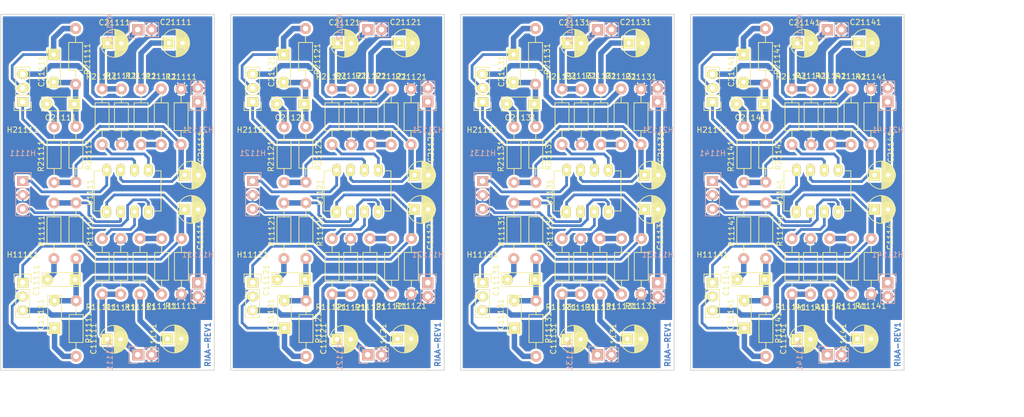
<source format=kicad_pcb>
(kicad_pcb (version 4) (host pcbnew 4.0.2-stable)
  (layers (0 F.Cu signal) (31 B.Cu signal) (34 B.Paste user) (35 F.Paste user) (36 B.SilkS user) (37 F.SilkS user) (38 B.Mask user) (39 F.Mask user) (44 Edge.Cuts user))
  (net 0 "")
  (net 1 "Net-(C11-Pad1)")
  (net 2 "Net-(C11-Pad2)")
  (net 3 "Net-(C12-Pad1)")
  (net 4 GND)
  (net 5 "Net-(C13-Pad1)")
  (net 6 "Net-(C13-Pad2)")
  (net 7 "Net-(C14-Pad1)")
  (net 8 "Net-(C15-Pad1)")
  (net 9 "Net-(C15-Pad2)")
  (net 10 "Net-(C21-Pad1)")
  (net 11 "Net-(C21-Pad2)")
  (net 12 "Net-(C22-Pad1)")
  (net 13 "Net-(C23-Pad1)")
  (net 14 "Net-(C23-Pad2)")
  (net 15 "Net-(C24-Pad1)")
  (net 16 "Net-(C25-Pad1)")
  (net 17 "Net-(C25-Pad2)")
  (net 18 /V+)
  (net 19 /V-)
  (net 20 "Net-(H13-Pad3)")
  (net 21 "Net-(H23-Pad3)")
  (net 22 "Net-(R11-Pad1)")
  (net 23 "Net-(R13-Pad2)")
  (net 24 "Net-(R14-Pad2)")
  (net 25 "Net-(R21-Pad1)")
  (net 26 "Net-(R23-Pad2)")
  (net 27 "Net-(R24-Pad2)")
  (module Pin_Headers:Pin_Header_Straight_1x02 (layer B.Cu) (at 211.054469 126.657165 270)
    (fp_text reference H11141 (at 0 5.1 270) (layer B.SilkS) (effects (justify mirror)))
    (fp_text value Header_01x02)
    (pad 1 thru_hole rect (at 0 0 270) (size 2.032 2.032) (drill 1.016) (layers *.Cu *.Mask B.SilkS) (net 2 "Net-(C11-Pad2)"))
    (pad 2 thru_hole oval (at 0 -2.54 270) (size 2.032 2.032) (drill 1.016) (layers *.Cu *.Mask B.SilkS) (net 4 GND))
  )
  (module Pin_Headers:Pin_Header_Straight_1x02 (layer B.Cu) (at 169.054469 126.657165 270)
    (fp_text reference H11131 (at 0 5.1 270) (layer B.SilkS) (effects (justify mirror)))
    (fp_text value Header_01x02)
    (pad 1 thru_hole rect (at 0 0 270) (size 2.032 2.032) (drill 1.016) (layers *.Cu *.Mask B.SilkS) (net 2 "Net-(C11-Pad2)"))
    (pad 2 thru_hole oval (at 0 -2.54 270) (size 2.032 2.032) (drill 1.016) (layers *.Cu *.Mask B.SilkS) (net 4 GND))
  )
  (module Pin_Headers:Pin_Header_Straight_1x02 (layer B.Cu) (at 127.054469 126.657165 270)
    (fp_text reference H11121 (at 0 5.1 270) (layer B.SilkS) (effects (justify mirror)))
    (fp_text value Header_01x02)
    (pad 1 thru_hole rect (at 0 0 270) (size 2.032 2.032) (drill 1.016) (layers *.Cu *.Mask B.SilkS) (net 2 "Net-(C11-Pad2)"))
    (pad 2 thru_hole oval (at 0 -2.54 270) (size 2.032 2.032) (drill 1.016) (layers *.Cu *.Mask B.SilkS) (net 4 GND))
  )
  (module Pin_Headers:Pin_Header_Straight_1x02 (layer B.Cu) (at 222.054469 113.467165 180)
    (fp_text reference H11141 (at 0 5.1 180) (layer B.SilkS) (effects (justify mirror)))
    (fp_text value Header_01x02)
    (pad 1 thru_hole rect (at 0 0 180) (size 2.032 2.032) (drill 1.016) (layers *.Cu *.Mask B.SilkS) (net 9 "Net-(C15-Pad2)"))
    (pad 2 thru_hole oval (at 0 -2.54 180) (size 2.032 2.032) (drill 1.016) (layers *.Cu *.Mask B.SilkS) (net 4 GND))
  )
  (module Pin_Headers:Pin_Header_Straight_1x02 (layer B.Cu) (at 180.054469 113.467165 180)
    (fp_text reference H11131 (at 0 5.1 180) (layer B.SilkS) (effects (justify mirror)))
    (fp_text value Header_01x02)
    (pad 1 thru_hole rect (at 0 0 180) (size 2.032 2.032) (drill 1.016) (layers *.Cu *.Mask B.SilkS) (net 9 "Net-(C15-Pad2)"))
    (pad 2 thru_hole oval (at 0 -2.54 180) (size 2.032 2.032) (drill 1.016) (layers *.Cu *.Mask B.SilkS) (net 4 GND))
  )
  (module Pin_Headers:Pin_Header_Straight_1x02 (layer B.Cu) (at 138.054469 113.467165 180)
    (fp_text reference H11121 (at 0 5.1 180) (layer B.SilkS) (effects (justify mirror)))
    (fp_text value Header_01x02)
    (pad 1 thru_hole rect (at 0 0 180) (size 2.032 2.032) (drill 1.016) (layers *.Cu *.Mask B.SilkS) (net 9 "Net-(C15-Pad2)"))
    (pad 2 thru_hole oval (at 0 -2.54 180) (size 2.032 2.032) (drill 1.016) (layers *.Cu *.Mask B.SilkS) (net 4 GND))
  )
  (module Pin_Headers:Pin_Header_Straight_1x02 (layer B.Cu) (at 222.054469 80.467165)
    (fp_text reference H21141 (at 0 5.1) (layer B.SilkS) (effects (justify mirror)))
    (fp_text value Header_01x02)
    (pad 1 thru_hole rect (at 0 0) (size 2.032 2.032) (drill 1.016) (layers *.Cu *.Mask B.SilkS) (net 17 "Net-(C25-Pad2)"))
    (pad 2 thru_hole oval (at 0 -2.54) (size 2.032 2.032) (drill 1.016) (layers *.Cu *.Mask B.SilkS) (net 4 GND))
  )
  (module Pin_Headers:Pin_Header_Straight_1x02 (layer B.Cu) (at 180.054469 80.467165)
    (fp_text reference H21131 (at 0 5.1) (layer B.SilkS) (effects (justify mirror)))
    (fp_text value Header_01x02)
    (pad 1 thru_hole rect (at 0 0) (size 2.032 2.032) (drill 1.016) (layers *.Cu *.Mask B.SilkS) (net 17 "Net-(C25-Pad2)"))
    (pad 2 thru_hole oval (at 0 -2.54) (size 2.032 2.032) (drill 1.016) (layers *.Cu *.Mask B.SilkS) (net 4 GND))
  )
  (module Pin_Headers:Pin_Header_Straight_1x02 (layer B.Cu) (at 138.054469 80.467165)
    (fp_text reference H21121 (at 0 5.1) (layer B.SilkS) (effects (justify mirror)))
    (fp_text value Header_01x02)
    (pad 1 thru_hole rect (at 0 0) (size 2.032 2.032) (drill 1.016) (layers *.Cu *.Mask B.SilkS) (net 17 "Net-(C25-Pad2)"))
    (pad 2 thru_hole oval (at 0 -2.54) (size 2.032 2.032) (drill 1.016) (layers *.Cu *.Mask B.SilkS) (net 4 GND))
  )
  (module Pin_Headers:Pin_Header_Straight_1x02 (layer B.Cu) (at 211.054469 67.257165 270)
    (fp_text reference H21141 (at 0 5.1 270) (layer B.SilkS) (effects (justify mirror)))
    (fp_text value Header_01x02)
    (pad 1 thru_hole rect (at 0 0 270) (size 2.032 2.032) (drill 1.016) (layers *.Cu *.Mask B.SilkS) (net 11 "Net-(C21-Pad2)"))
    (pad 2 thru_hole oval (at 0 -2.54 270) (size 2.032 2.032) (drill 1.016) (layers *.Cu *.Mask B.SilkS) (net 4 GND))
  )
  (module Pin_Headers:Pin_Header_Straight_1x02 (layer B.Cu) (at 169.054469 67.257165 270)
    (fp_text reference H21131 (at 0 5.1 270) (layer B.SilkS) (effects (justify mirror)))
    (fp_text value Header_01x02)
    (pad 1 thru_hole rect (at 0 0 270) (size 2.032 2.032) (drill 1.016) (layers *.Cu *.Mask B.SilkS) (net 11 "Net-(C21-Pad2)"))
    (pad 2 thru_hole oval (at 0 -2.54 270) (size 2.032 2.032) (drill 1.016) (layers *.Cu *.Mask B.SilkS) (net 4 GND))
  )
  (module Pin_Headers:Pin_Header_Straight_1x02 (layer B.Cu) (at 127.054469 67.257165 270)
    (fp_text reference H21121 (at 0 5.1 270) (layer B.SilkS) (effects (justify mirror)))
    (fp_text value Header_01x02)
    (pad 1 thru_hole rect (at 0 0 270) (size 2.032 2.032) (drill 1.016) (layers *.Cu *.Mask B.SilkS) (net 11 "Net-(C21-Pad2)"))
    (pad 2 thru_hole oval (at 0 -2.54 270) (size 2.032 2.032) (drill 1.016) (layers *.Cu *.Mask B.SilkS) (net 4 GND))
  )
  (module Pin_Headers:Pin_Header_Straight_1x03 (layer B.Cu) (at 190.054469 94.927165 180)
    (fp_text reference H1141 (at 0 5.1 180) (layer B.SilkS) (effects (justify mirror)))
    (fp_text value Header_01x03)
    (pad 1 thru_hole rect (at 0 0 180) (size 2.032 1.7272) (drill 1.016) (layers *.Cu *.Mask B.SilkS) (net 18 /V+))
    (pad 2 thru_hole oval (at 0 -2.54 180) (size 2.032 1.7272) (drill 1.016) (layers *.Cu *.Mask B.SilkS) (net 4 GND))
    (pad 3 thru_hole oval (at 0 -5.08 180) (size 2.032 1.7272) (drill 1.016) (layers *.Cu *.Mask B.SilkS) (net 19 /V-))
  )
  (module Pin_Headers:Pin_Header_Straight_1x03 (layer B.Cu) (at 148.054469 94.927165 180)
    (fp_text reference H1131 (at 0 5.1 180) (layer B.SilkS) (effects (justify mirror)))
    (fp_text value Header_01x03)
    (pad 1 thru_hole rect (at 0 0 180) (size 2.032 1.7272) (drill 1.016) (layers *.Cu *.Mask B.SilkS) (net 18 /V+))
    (pad 2 thru_hole oval (at 0 -2.54 180) (size 2.032 1.7272) (drill 1.016) (layers *.Cu *.Mask B.SilkS) (net 4 GND))
    (pad 3 thru_hole oval (at 0 -5.08 180) (size 2.032 1.7272) (drill 1.016) (layers *.Cu *.Mask B.SilkS) (net 19 /V-))
  )
  (module Pin_Headers:Pin_Header_Straight_1x03 (layer B.Cu) (at 106.054469 94.927165 180)
    (fp_text reference H1121 (at 0 5.1 180) (layer B.SilkS) (effects (justify mirror)))
    (fp_text value Header_01x03)
    (pad 1 thru_hole rect (at 0 0 180) (size 2.032 1.7272) (drill 1.016) (layers *.Cu *.Mask B.SilkS) (net 18 /V+))
    (pad 2 thru_hole oval (at 0 -2.54 180) (size 2.032 1.7272) (drill 1.016) (layers *.Cu *.Mask B.SilkS) (net 4 GND))
    (pad 3 thru_hole oval (at 0 -5.08 180) (size 2.032 1.7272) (drill 1.016) (layers *.Cu *.Mask B.SilkS) (net 19 /V-))
  )
  (module Resistors_ThroughHole:Resistor_Horizontal_RM10mm (layer F.Cu) (at 208.084469 78.087165 270)
    (fp_text reference R21141 (at -2.38 0 360) (layer F.SilkS))
    (fp_text value 47K)
    (pad 1 thru_hole circle (at 0 0 270) (size 1.99898 1.99898) (drill 1.00076) (layers *.Cu *.SilkS *.Mask) (net 10 "Net-(C21-Pad1)"))
    (pad 2 thru_hole circle (at 10.16 0 270) (size 1.99898 1.99898) (drill 1.00076) (layers *.Cu *.SilkS *.Mask) (net 4 GND))
  )
  (module Resistors_ThroughHole:Resistor_Horizontal_RM10mm (layer F.Cu) (at 166.084469 78.087165 270)
    (fp_text reference R21131 (at -2.38 0 360) (layer F.SilkS))
    (fp_text value 47K)
    (pad 1 thru_hole circle (at 0 0 270) (size 1.99898 1.99898) (drill 1.00076) (layers *.Cu *.SilkS *.Mask) (net 10 "Net-(C21-Pad1)"))
    (pad 2 thru_hole circle (at 10.16 0 270) (size 1.99898 1.99898) (drill 1.00076) (layers *.Cu *.SilkS *.Mask) (net 4 GND))
  )
  (module Resistors_ThroughHole:Resistor_Horizontal_RM10mm (layer F.Cu) (at 124.084469 78.087165 270)
    (fp_text reference R21121 (at -2.38 0 360) (layer F.SilkS))
    (fp_text value 47K)
    (pad 1 thru_hole circle (at 0 0 270) (size 1.99898 1.99898) (drill 1.00076) (layers *.Cu *.SilkS *.Mask) (net 10 "Net-(C21-Pad1)"))
    (pad 2 thru_hole circle (at 10.16 0 270) (size 1.99898 1.99898) (drill 1.00076) (layers *.Cu *.SilkS *.Mask) (net 4 GND))
  )
  (module Resistors_ThroughHole:Resistor_Horizontal_RM10mm (layer F.Cu) (at 199.774469 84.957165 270)
    (fp_text reference R21141 (at 5.12 -2.32 270) (layer F.SilkS))
    (fp_text value 10K)
    (pad 1 thru_hole circle (at 0 0 270) (size 1.99898 1.99898) (drill 1.00076) (layers *.Cu *.SilkS *.Mask) (net 13 "Net-(C23-Pad1)"))
    (pad 2 thru_hole circle (at 10.16 0 270) (size 1.99898 1.99898) (drill 1.00076) (layers *.Cu *.SilkS *.Mask) (net 27 "Net-(R24-Pad2)"))
  )
  (module Resistors_ThroughHole:Resistor_Horizontal_RM10mm (layer F.Cu) (at 157.774469 84.957165 270)
    (fp_text reference R21131 (at 5.12 -2.32 270) (layer F.SilkS))
    (fp_text value 10K)
    (pad 1 thru_hole circle (at 0 0 270) (size 1.99898 1.99898) (drill 1.00076) (layers *.Cu *.SilkS *.Mask) (net 13 "Net-(C23-Pad1)"))
    (pad 2 thru_hole circle (at 10.16 0 270) (size 1.99898 1.99898) (drill 1.00076) (layers *.Cu *.SilkS *.Mask) (net 27 "Net-(R24-Pad2)"))
  )
  (module Resistors_ThroughHole:Resistor_Horizontal_RM10mm (layer F.Cu) (at 115.774469 84.957165 270)
    (fp_text reference R21121 (at 5.12 -2.32 270) (layer F.SilkS))
    (fp_text value 10K)
    (pad 1 thru_hole circle (at 0 0 270) (size 1.99898 1.99898) (drill 1.00076) (layers *.Cu *.SilkS *.Mask) (net 13 "Net-(C23-Pad1)"))
    (pad 2 thru_hole circle (at 10.16 0 270) (size 1.99898 1.99898) (drill 1.00076) (layers *.Cu *.SilkS *.Mask) (net 27 "Net-(R24-Pad2)"))
  )
  (module Resistors_ThroughHole:Resistor_Horizontal_RM10mm (layer F.Cu) (at 204.564469 88.237165 90)
    (fp_text reference R21141 (at 12.39 -0.08 180) (layer F.SilkS))
    (fp_text value 100)
    (pad 1 thru_hole circle (at 0 0 90) (size 1.99898 1.99898) (drill 1.00076) (layers *.Cu *.SilkS *.Mask) (net 25 "Net-(R21-Pad1)"))
    (pad 2 thru_hole circle (at 10.16 0 90) (size 1.99898 1.99898) (drill 1.00076) (layers *.Cu *.SilkS *.Mask) (net 10 "Net-(C21-Pad1)"))
  )
  (module Resistors_ThroughHole:Resistor_Horizontal_RM10mm (layer F.Cu) (at 162.564469 88.237165 90)
    (fp_text reference R21131 (at 12.39 -0.08 180) (layer F.SilkS))
    (fp_text value 100)
    (pad 1 thru_hole circle (at 0 0 90) (size 1.99898 1.99898) (drill 1.00076) (layers *.Cu *.SilkS *.Mask) (net 25 "Net-(R21-Pad1)"))
    (pad 2 thru_hole circle (at 10.16 0 90) (size 1.99898 1.99898) (drill 1.00076) (layers *.Cu *.SilkS *.Mask) (net 10 "Net-(C21-Pad1)"))
  )
  (module Resistors_ThroughHole:Resistor_Horizontal_RM10mm (layer F.Cu) (at 120.564469 88.237165 90)
    (fp_text reference R21121 (at 12.39 -0.08 180) (layer F.SilkS))
    (fp_text value 100)
    (pad 1 thru_hole circle (at 0 0 90) (size 1.99898 1.99898) (drill 1.00076) (layers *.Cu *.SilkS *.Mask) (net 25 "Net-(R21-Pad1)"))
    (pad 2 thru_hole circle (at 10.16 0 90) (size 1.99898 1.99898) (drill 1.00076) (layers *.Cu *.SilkS *.Mask) (net 10 "Net-(C21-Pad1)"))
  )
  (module Resistors_ThroughHole:Resistor_Horizontal_RM10mm (layer F.Cu) (at 195.804469 85.007165 270)
    (fp_text reference R21141 (at 5.36 2.4 270) (layer F.SilkS))
    (fp_text value 150)
    (pad 1 thru_hole circle (at 0 0 270) (size 1.99898 1.99898) (drill 1.00076) (layers *.Cu *.SilkS *.Mask) (net 14 "Net-(C23-Pad2)"))
    (pad 2 thru_hole circle (at 10.16 0 270) (size 1.99898 1.99898) (drill 1.00076) (layers *.Cu *.SilkS *.Mask) (net 27 "Net-(R24-Pad2)"))
  )
  (module Resistors_ThroughHole:Resistor_Horizontal_RM10mm (layer F.Cu) (at 153.804469 85.007165 270)
    (fp_text reference R21131 (at 5.36 2.4 270) (layer F.SilkS))
    (fp_text value 150)
    (pad 1 thru_hole circle (at 0 0 270) (size 1.99898 1.99898) (drill 1.00076) (layers *.Cu *.SilkS *.Mask) (net 14 "Net-(C23-Pad2)"))
    (pad 2 thru_hole circle (at 10.16 0 270) (size 1.99898 1.99898) (drill 1.00076) (layers *.Cu *.SilkS *.Mask) (net 27 "Net-(R24-Pad2)"))
  )
  (module Resistors_ThroughHole:Resistor_Horizontal_RM10mm (layer F.Cu) (at 111.804469 85.007165 270)
    (fp_text reference R21121 (at 5.36 2.4 270) (layer F.SilkS))
    (fp_text value 150)
    (pad 1 thru_hole circle (at 0 0 270) (size 1.99898 1.99898) (drill 1.00076) (layers *.Cu *.SilkS *.Mask) (net 14 "Net-(C23-Pad2)"))
    (pad 2 thru_hole circle (at 10.16 0 270) (size 1.99898 1.99898) (drill 1.00076) (layers *.Cu *.SilkS *.Mask) (net 27 "Net-(R24-Pad2)"))
  )
  (module Resistors_ThroughHole:Resistor_Horizontal_RM10mm (layer F.Cu) (at 211.674469 78.087165 270)
    (fp_text reference R21141 (at -2.37 0 360) (layer F.SilkS))
    (fp_text value 470)
    (pad 1 thru_hole circle (at 0 0 270) (size 1.99898 1.99898) (drill 1.00076) (layers *.Cu *.SilkS *.Mask) (net 12 "Net-(C22-Pad1)"))
    (pad 2 thru_hole circle (at 10.16 0 270) (size 1.99898 1.99898) (drill 1.00076) (layers *.Cu *.SilkS *.Mask) (net 26 "Net-(R23-Pad2)"))
  )
  (module Resistors_ThroughHole:Resistor_Horizontal_RM10mm (layer F.Cu) (at 169.674469 78.087165 270)
    (fp_text reference R21131 (at -2.37 0 360) (layer F.SilkS))
    (fp_text value 470)
    (pad 1 thru_hole circle (at 0 0 270) (size 1.99898 1.99898) (drill 1.00076) (layers *.Cu *.SilkS *.Mask) (net 12 "Net-(C22-Pad1)"))
    (pad 2 thru_hole circle (at 10.16 0 270) (size 1.99898 1.99898) (drill 1.00076) (layers *.Cu *.SilkS *.Mask) (net 26 "Net-(R23-Pad2)"))
  )
  (module Resistors_ThroughHole:Resistor_Horizontal_RM10mm (layer F.Cu) (at 127.674469 78.087165 270)
    (fp_text reference R21121 (at -2.37 0 360) (layer F.SilkS))
    (fp_text value 470)
    (pad 1 thru_hole circle (at 0 0 270) (size 1.99898 1.99898) (drill 1.00076) (layers *.Cu *.SilkS *.Mask) (net 12 "Net-(C22-Pad1)"))
    (pad 2 thru_hole circle (at 10.16 0 270) (size 1.99898 1.99898) (drill 1.00076) (layers *.Cu *.SilkS *.Mask) (net 26 "Net-(R23-Pad2)"))
  )
  (module Capacitors_ThroughHole:C_Rect_L7_W2.5_P5 (layer F.Cu) (at 195.874469 121.777165 90)
    (fp_text reference C11141 (at 2.5 -2.5 90) (layer F.SilkS))
    (fp_text value 22n)
    (pad 1 thru_hole rect (at 0 0 90) (size 2 2) (drill 0.8) (layers *.Cu *.Mask F.SilkS) (net 7 "Net-(C14-Pad1)"))
    (pad 2 thru_hole circle (at 5 0 90) (size 2 2) (drill 0.8) (layers *.Cu *.Mask F.SilkS) (net 5 "Net-(C13-Pad1)"))
  )
  (module Capacitors_ThroughHole:C_Rect_L7_W2.5_P5 (layer F.Cu) (at 153.874469 121.777165 90)
    (fp_text reference C11131 (at 2.5 -2.5 90) (layer F.SilkS))
    (fp_text value 22n)
    (pad 1 thru_hole rect (at 0 0 90) (size 2 2) (drill 0.8) (layers *.Cu *.Mask F.SilkS) (net 7 "Net-(C14-Pad1)"))
    (pad 2 thru_hole circle (at 5 0 90) (size 2 2) (drill 0.8) (layers *.Cu *.Mask F.SilkS) (net 5 "Net-(C13-Pad1)"))
  )
  (module Capacitors_ThroughHole:C_Rect_L7_W2.5_P5 (layer F.Cu) (at 111.874469 121.777165 90)
    (fp_text reference C11121 (at 2.5 -2.5 90) (layer F.SilkS))
    (fp_text value 22n)
    (pad 1 thru_hole rect (at 0 0 90) (size 2 2) (drill 0.8) (layers *.Cu *.Mask F.SilkS) (net 7 "Net-(C14-Pad1)"))
    (pad 2 thru_hole circle (at 5 0 90) (size 2 2) (drill 0.8) (layers *.Cu *.Mask F.SilkS) (net 5 "Net-(C13-Pad1)"))
  )
  (module Pin_Headers:Pin_Header_Straight_1x03 (layer F.Cu) (at 190.054469 113.467165)
    (fp_text reference H11141 (at 0 -5.1) (layer F.SilkS))
    (fp_text value Header_01x03)
    (pad 1 thru_hole rect (at 0 0) (size 2.032 1.7272) (drill 1.016) (layers *.Cu *.Mask F.SilkS) (net 8 "Net-(C15-Pad1)"))
    (pad 2 thru_hole oval (at 0 2.54) (size 2.032 1.7272) (drill 1.016) (layers *.Cu *.Mask F.SilkS) (net 7 "Net-(C14-Pad1)"))
    (pad 3 thru_hole oval (at 0 5.08) (size 2.032 1.7272) (drill 1.016) (layers *.Cu *.Mask F.SilkS) (net 20 "Net-(H13-Pad3)"))
  )
  (module Pin_Headers:Pin_Header_Straight_1x03 (layer F.Cu) (at 148.054469 113.467165)
    (fp_text reference H11131 (at 0 -5.1) (layer F.SilkS))
    (fp_text value Header_01x03)
    (pad 1 thru_hole rect (at 0 0) (size 2.032 1.7272) (drill 1.016) (layers *.Cu *.Mask F.SilkS) (net 8 "Net-(C15-Pad1)"))
    (pad 2 thru_hole oval (at 0 2.54) (size 2.032 1.7272) (drill 1.016) (layers *.Cu *.Mask F.SilkS) (net 7 "Net-(C14-Pad1)"))
    (pad 3 thru_hole oval (at 0 5.08) (size 2.032 1.7272) (drill 1.016) (layers *.Cu *.Mask F.SilkS) (net 20 "Net-(H13-Pad3)"))
  )
  (module Pin_Headers:Pin_Header_Straight_1x03 (layer F.Cu) (at 106.054469 113.467165)
    (fp_text reference H11121 (at 0 -5.1) (layer F.SilkS))
    (fp_text value Header_01x03)
    (pad 1 thru_hole rect (at 0 0) (size 2.032 1.7272) (drill 1.016) (layers *.Cu *.Mask F.SilkS) (net 8 "Net-(C15-Pad1)"))
    (pad 2 thru_hole oval (at 0 2.54) (size 2.032 1.7272) (drill 1.016) (layers *.Cu *.Mask F.SilkS) (net 7 "Net-(C14-Pad1)"))
    (pad 3 thru_hole oval (at 0 5.08) (size 2.032 1.7272) (drill 1.016) (layers *.Cu *.Mask F.SilkS) (net 20 "Net-(H13-Pad3)"))
  )
  (module Resistors_ThroughHole:Resistor_Horizontal_RM10mm (layer F.Cu) (at 195.764469 109.077165 90)
    (fp_text reference R11141 (at 5.04 -2.25 90) (layer F.SilkS))
    (fp_text value 150)
    (pad 1 thru_hole circle (at 0 0 90) (size 1.99898 1.99898) (drill 1.00076) (layers *.Cu *.SilkS *.Mask) (net 6 "Net-(C13-Pad2)"))
    (pad 2 thru_hole circle (at 10.16 0 90) (size 1.99898 1.99898) (drill 1.00076) (layers *.Cu *.SilkS *.Mask) (net 24 "Net-(R14-Pad2)"))
  )
  (module Resistors_ThroughHole:Resistor_Horizontal_RM10mm (layer F.Cu) (at 153.764469 109.077165 90)
    (fp_text reference R11131 (at 5.04 -2.25 90) (layer F.SilkS))
    (fp_text value 150)
    (pad 1 thru_hole circle (at 0 0 90) (size 1.99898 1.99898) (drill 1.00076) (layers *.Cu *.SilkS *.Mask) (net 6 "Net-(C13-Pad2)"))
    (pad 2 thru_hole circle (at 10.16 0 90) (size 1.99898 1.99898) (drill 1.00076) (layers *.Cu *.SilkS *.Mask) (net 24 "Net-(R14-Pad2)"))
  )
  (module Resistors_ThroughHole:Resistor_Horizontal_RM10mm (layer F.Cu) (at 111.764469 109.077165 90)
    (fp_text reference R11121 (at 5.04 -2.25 90) (layer F.SilkS))
    (fp_text value 150)
    (pad 1 thru_hole circle (at 0 0 90) (size 1.99898 1.99898) (drill 1.00076) (layers *.Cu *.SilkS *.Mask) (net 6 "Net-(C13-Pad2)"))
    (pad 2 thru_hole circle (at 10.16 0 90) (size 1.99898 1.99898) (drill 1.00076) (layers *.Cu *.SilkS *.Mask) (net 24 "Net-(R14-Pad2)"))
  )
  (module Resistors_ThroughHole:Resistor_Horizontal_RM10mm (layer F.Cu) (at 199.784469 109.057165 90)
    (fp_text reference R11141 (at 5.08 2.58 90) (layer F.SilkS))
    (fp_text value 10K)
    (pad 1 thru_hole circle (at 0 0 90) (size 1.99898 1.99898) (drill 1.00076) (layers *.Cu *.SilkS *.Mask) (net 5 "Net-(C13-Pad1)"))
    (pad 2 thru_hole circle (at 10.16 0 90) (size 1.99898 1.99898) (drill 1.00076) (layers *.Cu *.SilkS *.Mask) (net 24 "Net-(R14-Pad2)"))
  )
  (module Resistors_ThroughHole:Resistor_Horizontal_RM10mm (layer F.Cu) (at 157.784469 109.057165 90)
    (fp_text reference R11131 (at 5.08 2.58 90) (layer F.SilkS))
    (fp_text value 10K)
    (pad 1 thru_hole circle (at 0 0 90) (size 1.99898 1.99898) (drill 1.00076) (layers *.Cu *.SilkS *.Mask) (net 5 "Net-(C13-Pad1)"))
    (pad 2 thru_hole circle (at 10.16 0 90) (size 1.99898 1.99898) (drill 1.00076) (layers *.Cu *.SilkS *.Mask) (net 24 "Net-(R14-Pad2)"))
  )
  (module Resistors_ThroughHole:Resistor_Horizontal_RM10mm (layer F.Cu) (at 115.784469 109.057165 90)
    (fp_text reference R11121 (at 5.08 2.58 90) (layer F.SilkS))
    (fp_text value 10K)
    (pad 1 thru_hole circle (at 0 0 90) (size 1.99898 1.99898) (drill 1.00076) (layers *.Cu *.SilkS *.Mask) (net 5 "Net-(C13-Pad1)"))
    (pad 2 thru_hole circle (at 10.16 0 90) (size 1.99898 1.99898) (drill 1.00076) (layers *.Cu *.SilkS *.Mask) (net 24 "Net-(R14-Pad2)"))
  )
  (module Capacitors_ThroughHole:C_Rect_L7_W2.5_P5 (layer F.Cu) (at 199.604469 112.907165 180)
    (fp_text reference C11141 (at 7.06 -0.13 270) (layer F.SilkS))
    (fp_text value 8n2)
    (pad 1 thru_hole rect (at 0 0 180) (size 2 2) (drill 0.8) (layers *.Cu *.Mask F.SilkS) (net 5 "Net-(C13-Pad1)"))
    (pad 2 thru_hole circle (at 5 0 180) (size 2 2) (drill 0.8) (layers *.Cu *.Mask F.SilkS) (net 6 "Net-(C13-Pad2)"))
  )
  (module Capacitors_ThroughHole:C_Rect_L7_W2.5_P5 (layer F.Cu) (at 157.604469 112.907165 180)
    (fp_text reference C11131 (at 7.06 -0.13 270) (layer F.SilkS))
    (fp_text value 8n2)
    (pad 1 thru_hole rect (at 0 0 180) (size 2 2) (drill 0.8) (layers *.Cu *.Mask F.SilkS) (net 5 "Net-(C13-Pad1)"))
    (pad 2 thru_hole circle (at 5 0 180) (size 2 2) (drill 0.8) (layers *.Cu *.Mask F.SilkS) (net 6 "Net-(C13-Pad2)"))
  )
  (module Capacitors_ThroughHole:C_Rect_L7_W2.5_P5 (layer F.Cu) (at 115.604469 112.907165 180)
    (fp_text reference C11121 (at 7.06 -0.13 270) (layer F.SilkS))
    (fp_text value 8n2)
    (pad 1 thru_hole rect (at 0 0 180) (size 2 2) (drill 0.8) (layers *.Cu *.Mask F.SilkS) (net 5 "Net-(C13-Pad1)"))
    (pad 2 thru_hole circle (at 5 0 180) (size 2 2) (drill 0.8) (layers *.Cu *.Mask F.SilkS) (net 6 "Net-(C13-Pad2)"))
  )
  (module Capacitors_ThroughHole:C_Rect_L7_W2.5_P5 (layer F.Cu) (at 199.494469 80.837165 180)
    (fp_text reference C21141 (at 2.5 -2.5 180) (layer F.SilkS))
    (fp_text value 8n2)
    (pad 1 thru_hole rect (at 0 0 180) (size 2 2) (drill 0.8) (layers *.Cu *.Mask F.SilkS) (net 13 "Net-(C23-Pad1)"))
    (pad 2 thru_hole circle (at 5 0 180) (size 2 2) (drill 0.8) (layers *.Cu *.Mask F.SilkS) (net 14 "Net-(C23-Pad2)"))
  )
  (module Capacitors_ThroughHole:C_Rect_L7_W2.5_P5 (layer F.Cu) (at 157.494469 80.837165 180)
    (fp_text reference C21131 (at 2.5 -2.5 180) (layer F.SilkS))
    (fp_text value 8n2)
    (pad 1 thru_hole rect (at 0 0 180) (size 2 2) (drill 0.8) (layers *.Cu *.Mask F.SilkS) (net 13 "Net-(C23-Pad1)"))
    (pad 2 thru_hole circle (at 5 0 180) (size 2 2) (drill 0.8) (layers *.Cu *.Mask F.SilkS) (net 14 "Net-(C23-Pad2)"))
  )
  (module Capacitors_ThroughHole:C_Rect_L7_W2.5_P5 (layer F.Cu) (at 115.494469 80.837165 180)
    (fp_text reference C21121 (at 2.5 -2.5 180) (layer F.SilkS))
    (fp_text value 8n2)
    (pad 1 thru_hole rect (at 0 0 180) (size 2 2) (drill 0.8) (layers *.Cu *.Mask F.SilkS) (net 13 "Net-(C23-Pad1)"))
    (pad 2 thru_hole circle (at 5 0 180) (size 2 2) (drill 0.8) (layers *.Cu *.Mask F.SilkS) (net 14 "Net-(C23-Pad2)"))
  )
  (module Capacitors_ThroughHole:C_Radial_D5_L11_P2.5 (layer F.Cu) (at 216.754469 69.707165)
    (fp_text reference C21141 (at 1.25 -3.8) (layer F.SilkS))
    (fp_text value 100u)
    (pad 1 thru_hole rect (at 0 0) (size 2 2) (drill 0.8) (layers *.Cu *.Mask F.SilkS) (net 12 "Net-(C22-Pad1)"))
    (pad 2 thru_hole circle (at 2.5 0) (size 2 2) (drill 0.8) (layers *.Cu *.Mask F.SilkS) (net 4 GND))
  )
  (module Capacitors_ThroughHole:C_Radial_D5_L11_P2.5 (layer F.Cu) (at 174.754469 69.707165)
    (fp_text reference C21131 (at 1.25 -3.8) (layer F.SilkS))
    (fp_text value 100u)
    (pad 1 thru_hole rect (at 0 0) (size 2 2) (drill 0.8) (layers *.Cu *.Mask F.SilkS) (net 12 "Net-(C22-Pad1)"))
    (pad 2 thru_hole circle (at 2.5 0) (size 2 2) (drill 0.8) (layers *.Cu *.Mask F.SilkS) (net 4 GND))
  )
  (module Capacitors_ThroughHole:C_Radial_D5_L11_P2.5 (layer F.Cu) (at 132.754469 69.707165)
    (fp_text reference C21121 (at 1.25 -3.8) (layer F.SilkS))
    (fp_text value 100u)
    (pad 1 thru_hole rect (at 0 0) (size 2 2) (drill 0.8) (layers *.Cu *.Mask F.SilkS) (net 12 "Net-(C22-Pad1)"))
    (pad 2 thru_hole circle (at 2.5 0) (size 2 2) (drill 0.8) (layers *.Cu *.Mask F.SilkS) (net 4 GND))
  )
  (module Capacitors_ThroughHole:C_Rect_L7_W2.5_P5 (layer F.Cu) (at 195.714469 71.817165 270)
    (fp_text reference C21141 (at 3.04 2.22 270) (layer F.SilkS))
    (fp_text value 22n)
    (pad 1 thru_hole rect (at 0 0 270) (size 2 2) (drill 0.8) (layers *.Cu *.Mask F.SilkS) (net 15 "Net-(C24-Pad1)"))
    (pad 2 thru_hole circle (at 5 0 270) (size 2 2) (drill 0.8) (layers *.Cu *.Mask F.SilkS) (net 13 "Net-(C23-Pad1)"))
  )
  (module Capacitors_ThroughHole:C_Rect_L7_W2.5_P5 (layer F.Cu) (at 153.714469 71.817165 270)
    (fp_text reference C21131 (at 3.04 2.22 270) (layer F.SilkS))
    (fp_text value 22n)
    (pad 1 thru_hole rect (at 0 0 270) (size 2 2) (drill 0.8) (layers *.Cu *.Mask F.SilkS) (net 15 "Net-(C24-Pad1)"))
    (pad 2 thru_hole circle (at 5 0 270) (size 2 2) (drill 0.8) (layers *.Cu *.Mask F.SilkS) (net 13 "Net-(C23-Pad1)"))
  )
  (module Capacitors_ThroughHole:C_Rect_L7_W2.5_P5 (layer F.Cu) (at 111.714469 71.817165 270)
    (fp_text reference C21121 (at 3.04 2.22 270) (layer F.SilkS))
    (fp_text value 22n)
    (pad 1 thru_hole rect (at 0 0 270) (size 2 2) (drill 0.8) (layers *.Cu *.Mask F.SilkS) (net 15 "Net-(C24-Pad1)"))
    (pad 2 thru_hole circle (at 5 0 270) (size 2 2) (drill 0.8) (layers *.Cu *.Mask F.SilkS) (net 13 "Net-(C23-Pad1)"))
  )
  (module Resistors_ThroughHole:Resistor_Horizontal_RM10mm (layer F.Cu) (at 199.724469 67.067165 270)
    (fp_text reference R21141 (at 5.55 -2.13 270) (layer F.SilkS))
    (fp_text value 100K)
    (pad 1 thru_hole circle (at 0 0 270) (size 1.99898 1.99898) (drill 1.00076) (layers *.Cu *.SilkS *.Mask) (net 15 "Net-(C24-Pad1)"))
    (pad 2 thru_hole circle (at 10.16 0 270) (size 1.99898 1.99898) (drill 1.00076) (layers *.Cu *.SilkS *.Mask) (net 13 "Net-(C23-Pad1)"))
  )
  (module Resistors_ThroughHole:Resistor_Horizontal_RM10mm (layer F.Cu) (at 157.724469 67.067165 270)
    (fp_text reference R21131 (at 5.55 -2.13 270) (layer F.SilkS))
    (fp_text value 100K)
    (pad 1 thru_hole circle (at 0 0 270) (size 1.99898 1.99898) (drill 1.00076) (layers *.Cu *.SilkS *.Mask) (net 15 "Net-(C24-Pad1)"))
    (pad 2 thru_hole circle (at 10.16 0 270) (size 1.99898 1.99898) (drill 1.00076) (layers *.Cu *.SilkS *.Mask) (net 13 "Net-(C23-Pad1)"))
  )
  (module Resistors_ThroughHole:Resistor_Horizontal_RM10mm (layer F.Cu) (at 115.724469 67.067165 270)
    (fp_text reference R21121 (at 5.55 -2.13 270) (layer F.SilkS))
    (fp_text value 100K)
    (pad 1 thru_hole circle (at 0 0 270) (size 1.99898 1.99898) (drill 1.00076) (layers *.Cu *.SilkS *.Mask) (net 15 "Net-(C24-Pad1)"))
    (pad 2 thru_hole circle (at 10.16 0 270) (size 1.99898 1.99898) (drill 1.00076) (layers *.Cu *.SilkS *.Mask) (net 13 "Net-(C23-Pad1)"))
  )
  (module Pin_Headers:Pin_Header_Straight_1x03 (layer F.Cu) (at 190.054469 80.467165 180)
    (fp_text reference H21141 (at 0 -5.1 180) (layer F.SilkS))
    (fp_text value Header_01x03)
    (pad 1 thru_hole rect (at 0 0 180) (size 2.032 1.7272) (drill 1.016) (layers *.Cu *.Mask F.SilkS) (net 16 "Net-(C25-Pad1)"))
    (pad 2 thru_hole oval (at 0 2.54 180) (size 2.032 1.7272) (drill 1.016) (layers *.Cu *.Mask F.SilkS) (net 15 "Net-(C24-Pad1)"))
    (pad 3 thru_hole oval (at 0 5.08 180) (size 2.032 1.7272) (drill 1.016) (layers *.Cu *.Mask F.SilkS) (net 21 "Net-(H23-Pad3)"))
  )
  (module Pin_Headers:Pin_Header_Straight_1x03 (layer F.Cu) (at 148.054469 80.467165 180)
    (fp_text reference H21131 (at 0 -5.1 180) (layer F.SilkS))
    (fp_text value Header_01x03)
    (pad 1 thru_hole rect (at 0 0 180) (size 2.032 1.7272) (drill 1.016) (layers *.Cu *.Mask F.SilkS) (net 16 "Net-(C25-Pad1)"))
    (pad 2 thru_hole oval (at 0 2.54 180) (size 2.032 1.7272) (drill 1.016) (layers *.Cu *.Mask F.SilkS) (net 15 "Net-(C24-Pad1)"))
    (pad 3 thru_hole oval (at 0 5.08 180) (size 2.032 1.7272) (drill 1.016) (layers *.Cu *.Mask F.SilkS) (net 21 "Net-(H23-Pad3)"))
  )
  (module Pin_Headers:Pin_Header_Straight_1x03 (layer F.Cu) (at 106.054469 80.467165 180)
    (fp_text reference H21121 (at 0 -5.1 180) (layer F.SilkS))
    (fp_text value Header_01x03)
    (pad 1 thru_hole rect (at 0 0 180) (size 2.032 1.7272) (drill 1.016) (layers *.Cu *.Mask F.SilkS) (net 16 "Net-(C25-Pad1)"))
    (pad 2 thru_hole oval (at 0 2.54 180) (size 2.032 1.7272) (drill 1.016) (layers *.Cu *.Mask F.SilkS) (net 15 "Net-(C24-Pad1)"))
    (pad 3 thru_hole oval (at 0 5.08 180) (size 2.032 1.7272) (drill 1.016) (layers *.Cu *.Mask F.SilkS) (net 21 "Net-(H23-Pad3)"))
  )
  (module Capacitors_ThroughHole:C_Radial_D5_L11_P2.5 (layer F.Cu) (at 205.564469 69.767165)
    (fp_text reference C21141 (at 1.25 -3.8) (layer F.SilkS))
    (fp_text value 10u)
    (pad 1 thru_hole rect (at 0 0) (size 2 2) (drill 0.8) (layers *.Cu *.Mask F.SilkS) (net 10 "Net-(C21-Pad1)"))
    (pad 2 thru_hole circle (at 2.5 0) (size 2 2) (drill 0.8) (layers *.Cu *.Mask F.SilkS) (net 11 "Net-(C21-Pad2)"))
  )
  (module Capacitors_ThroughHole:C_Radial_D5_L11_P2.5 (layer F.Cu) (at 163.564469 69.767165)
    (fp_text reference C21131 (at 1.25 -3.8) (layer F.SilkS))
    (fp_text value 10u)
    (pad 1 thru_hole rect (at 0 0) (size 2 2) (drill 0.8) (layers *.Cu *.Mask F.SilkS) (net 10 "Net-(C21-Pad1)"))
    (pad 2 thru_hole circle (at 2.5 0) (size 2 2) (drill 0.8) (layers *.Cu *.Mask F.SilkS) (net 11 "Net-(C21-Pad2)"))
  )
  (module Capacitors_ThroughHole:C_Radial_D5_L11_P2.5 (layer F.Cu) (at 121.564469 69.767165)
    (fp_text reference C21121 (at 1.25 -3.8) (layer F.SilkS))
    (fp_text value 10u)
    (pad 1 thru_hole rect (at 0 0) (size 2 2) (drill 0.8) (layers *.Cu *.Mask F.SilkS) (net 10 "Net-(C21-Pad1)"))
    (pad 2 thru_hole circle (at 2.5 0) (size 2 2) (drill 0.8) (layers *.Cu *.Mask F.SilkS) (net 11 "Net-(C21-Pad2)"))
  )
  (module Resistors_ThroughHole:Resistor_Horizontal_RM10mm (layer F.Cu) (at 219.044469 115.577165 90)
    (fp_text reference R11141 (at -2.15 -0.09 180) (layer F.SilkS))
    (fp_text value 47K)
    (pad 1 thru_hole circle (at 0 0 90) (size 1.99898 1.99898) (drill 1.00076) (layers *.Cu *.SilkS *.Mask) (net 4 GND))
    (pad 2 thru_hole circle (at 10.16 0 90) (size 1.99898 1.99898) (drill 1.00076) (layers *.Cu *.SilkS *.Mask) (net 8 "Net-(C15-Pad1)"))
  )
  (module Resistors_ThroughHole:Resistor_Horizontal_RM10mm (layer F.Cu) (at 177.044469 115.577165 90)
    (fp_text reference R11131 (at -2.15 -0.09 180) (layer F.SilkS))
    (fp_text value 47K)
    (pad 1 thru_hole circle (at 0 0 90) (size 1.99898 1.99898) (drill 1.00076) (layers *.Cu *.SilkS *.Mask) (net 4 GND))
    (pad 2 thru_hole circle (at 10.16 0 90) (size 1.99898 1.99898) (drill 1.00076) (layers *.Cu *.SilkS *.Mask) (net 8 "Net-(C15-Pad1)"))
  )
  (module Resistors_ThroughHole:Resistor_Horizontal_RM10mm (layer F.Cu) (at 135.044469 115.577165 90)
    (fp_text reference R11121 (at -2.15 -0.09 180) (layer F.SilkS))
    (fp_text value 47K)
    (pad 1 thru_hole circle (at 0 0 90) (size 1.99898 1.99898) (drill 1.00076) (layers *.Cu *.SilkS *.Mask) (net 4 GND))
    (pad 2 thru_hole circle (at 10.16 0 90) (size 1.99898 1.99898) (drill 1.00076) (layers *.Cu *.SilkS *.Mask) (net 8 "Net-(C15-Pad1)"))
  )
  (module Resistors_ThroughHole:Resistor_Horizontal_RM10mm (layer F.Cu) (at 215.434469 115.577165 90)
    (fp_text reference R11141 (at -2.21 0.05 180) (layer F.SilkS))
    (fp_text value 1K)
    (pad 1 thru_hole circle (at 0 0 90) (size 1.99898 1.99898) (drill 1.00076) (layers *.Cu *.SilkS *.Mask) (net 20 "Net-(H13-Pad3)"))
    (pad 2 thru_hole circle (at 10.16 0 90) (size 1.99898 1.99898) (drill 1.00076) (layers *.Cu *.SilkS *.Mask) (net 23 "Net-(R13-Pad2)"))
  )
  (module Resistors_ThroughHole:Resistor_Horizontal_RM10mm (layer F.Cu) (at 173.434469 115.577165 90)
    (fp_text reference R11131 (at -2.21 0.05 180) (layer F.SilkS))
    (fp_text value 1K)
    (pad 1 thru_hole circle (at 0 0 90) (size 1.99898 1.99898) (drill 1.00076) (layers *.Cu *.SilkS *.Mask) (net 20 "Net-(H13-Pad3)"))
    (pad 2 thru_hole circle (at 10.16 0 90) (size 1.99898 1.99898) (drill 1.00076) (layers *.Cu *.SilkS *.Mask) (net 23 "Net-(R13-Pad2)"))
  )
  (module Resistors_ThroughHole:Resistor_Horizontal_RM10mm (layer F.Cu) (at 131.434469 115.577165 90)
    (fp_text reference R11121 (at -2.21 0.05 180) (layer F.SilkS))
    (fp_text value 1K)
    (pad 1 thru_hole circle (at 0 0 90) (size 1.99898 1.99898) (drill 1.00076) (layers *.Cu *.SilkS *.Mask) (net 20 "Net-(H13-Pad3)"))
    (pad 2 thru_hole circle (at 10.16 0 90) (size 1.99898 1.99898) (drill 1.00076) (layers *.Cu *.SilkS *.Mask) (net 23 "Net-(R13-Pad2)"))
  )
  (module Capacitors_ThroughHole:C_Radial_D5_L11_P2.5 (layer F.Cu) (at 216.514469 123.757165)
    (fp_text reference C11141 (at -2.58 0.04 90) (layer F.SilkS))
    (fp_text value 100u)
    (pad 1 thru_hole rect (at 0 0) (size 2 2) (drill 0.8) (layers *.Cu *.Mask F.SilkS) (net 3 "Net-(C12-Pad1)"))
    (pad 2 thru_hole circle (at 2.5 0) (size 2 2) (drill 0.8) (layers *.Cu *.Mask F.SilkS) (net 4 GND))
  )
  (module Capacitors_ThroughHole:C_Radial_D5_L11_P2.5 (layer F.Cu) (at 174.514469 123.757165)
    (fp_text reference C11131 (at -2.58 0.04 90) (layer F.SilkS))
    (fp_text value 100u)
    (pad 1 thru_hole rect (at 0 0) (size 2 2) (drill 0.8) (layers *.Cu *.Mask F.SilkS) (net 3 "Net-(C12-Pad1)"))
    (pad 2 thru_hole circle (at 2.5 0) (size 2 2) (drill 0.8) (layers *.Cu *.Mask F.SilkS) (net 4 GND))
  )
  (module Capacitors_ThroughHole:C_Radial_D5_L11_P2.5 (layer F.Cu) (at 132.514469 123.757165)
    (fp_text reference C11121 (at -2.58 0.04 90) (layer F.SilkS))
    (fp_text value 100u)
    (pad 1 thru_hole rect (at 0 0) (size 2 2) (drill 0.8) (layers *.Cu *.Mask F.SilkS) (net 3 "Net-(C12-Pad1)"))
    (pad 2 thru_hole circle (at 2.5 0) (size 2 2) (drill 0.8) (layers *.Cu *.Mask F.SilkS) (net 4 GND))
  )
  (module Resistors_ThroughHole:Resistor_Horizontal_RM10mm (layer F.Cu) (at 207.964469 115.577165 90)
    (fp_text reference R11141 (at -2.46 -0.04 180) (layer F.SilkS))
    (fp_text value 47K)
    (pad 1 thru_hole circle (at 0 0 90) (size 1.99898 1.99898) (drill 1.00076) (layers *.Cu *.SilkS *.Mask) (net 1 "Net-(C11-Pad1)"))
    (pad 2 thru_hole circle (at 10.16 0 90) (size 1.99898 1.99898) (drill 1.00076) (layers *.Cu *.SilkS *.Mask) (net 4 GND))
  )
  (module Resistors_ThroughHole:Resistor_Horizontal_RM10mm (layer F.Cu) (at 165.964469 115.577165 90)
    (fp_text reference R11131 (at -2.46 -0.04 180) (layer F.SilkS))
    (fp_text value 47K)
    (pad 1 thru_hole circle (at 0 0 90) (size 1.99898 1.99898) (drill 1.00076) (layers *.Cu *.SilkS *.Mask) (net 1 "Net-(C11-Pad1)"))
    (pad 2 thru_hole circle (at 10.16 0 90) (size 1.99898 1.99898) (drill 1.00076) (layers *.Cu *.SilkS *.Mask) (net 4 GND))
  )
  (module Resistors_ThroughHole:Resistor_Horizontal_RM10mm (layer F.Cu) (at 123.964469 115.577165 90)
    (fp_text reference R11121 (at -2.46 -0.04 180) (layer F.SilkS))
    (fp_text value 47K)
    (pad 1 thru_hole circle (at 0 0 90) (size 1.99898 1.99898) (drill 1.00076) (layers *.Cu *.SilkS *.Mask) (net 1 "Net-(C11-Pad1)"))
    (pad 2 thru_hole circle (at 10.16 0 90) (size 1.99898 1.99898) (drill 1.00076) (layers *.Cu *.SilkS *.Mask) (net 4 GND))
  )
  (module Resistors_ThroughHole:Resistor_Horizontal_RM10mm (layer F.Cu) (at 204.584469 105.427165 270)
    (fp_text reference R11141 (at 12.5 0.15 360) (layer F.SilkS))
    (fp_text value 100)
    (pad 1 thru_hole circle (at 0 0 270) (size 1.99898 1.99898) (drill 1.00076) (layers *.Cu *.SilkS *.Mask) (net 22 "Net-(R11-Pad1)"))
    (pad 2 thru_hole circle (at 10.16 0 270) (size 1.99898 1.99898) (drill 1.00076) (layers *.Cu *.SilkS *.Mask) (net 1 "Net-(C11-Pad1)"))
  )
  (module Resistors_ThroughHole:Resistor_Horizontal_RM10mm (layer F.Cu) (at 162.584469 105.427165 270)
    (fp_text reference R11131 (at 12.5 0.15 360) (layer F.SilkS))
    (fp_text value 100)
    (pad 1 thru_hole circle (at 0 0 270) (size 1.99898 1.99898) (drill 1.00076) (layers *.Cu *.SilkS *.Mask) (net 22 "Net-(R11-Pad1)"))
    (pad 2 thru_hole circle (at 10.16 0 270) (size 1.99898 1.99898) (drill 1.00076) (layers *.Cu *.SilkS *.Mask) (net 1 "Net-(C11-Pad1)"))
  )
  (module Resistors_ThroughHole:Resistor_Horizontal_RM10mm (layer F.Cu) (at 120.584469 105.427165 270)
    (fp_text reference R11121 (at 12.5 0.15 360) (layer F.SilkS))
    (fp_text value 100)
    (pad 1 thru_hole circle (at 0 0 270) (size 1.99898 1.99898) (drill 1.00076) (layers *.Cu *.SilkS *.Mask) (net 22 "Net-(R11-Pad1)"))
    (pad 2 thru_hole circle (at 10.16 0 270) (size 1.99898 1.99898) (drill 1.00076) (layers *.Cu *.SilkS *.Mask) (net 1 "Net-(C11-Pad1)"))
  )
  (module Resistors_ThroughHole:Resistor_Horizontal_RM10mm (layer F.Cu) (at 211.494469 115.577165 90)
    (fp_text reference R11141 (at -2.37 0.07 180) (layer F.SilkS))
    (fp_text value 470)
    (pad 1 thru_hole circle (at 0 0 90) (size 1.99898 1.99898) (drill 1.00076) (layers *.Cu *.SilkS *.Mask) (net 3 "Net-(C12-Pad1)"))
    (pad 2 thru_hole circle (at 10.16 0 90) (size 1.99898 1.99898) (drill 1.00076) (layers *.Cu *.SilkS *.Mask) (net 23 "Net-(R13-Pad2)"))
  )
  (module Resistors_ThroughHole:Resistor_Horizontal_RM10mm (layer F.Cu) (at 169.494469 115.577165 90)
    (fp_text reference R11131 (at -2.37 0.07 180) (layer F.SilkS))
    (fp_text value 470)
    (pad 1 thru_hole circle (at 0 0 90) (size 1.99898 1.99898) (drill 1.00076) (layers *.Cu *.SilkS *.Mask) (net 3 "Net-(C12-Pad1)"))
    (pad 2 thru_hole circle (at 10.16 0 90) (size 1.99898 1.99898) (drill 1.00076) (layers *.Cu *.SilkS *.Mask) (net 23 "Net-(R13-Pad2)"))
  )
  (module Resistors_ThroughHole:Resistor_Horizontal_RM10mm (layer F.Cu) (at 127.494469 115.577165 90)
    (fp_text reference R11121 (at -2.37 0.07 180) (layer F.SilkS))
    (fp_text value 470)
    (pad 1 thru_hole circle (at 0 0 90) (size 1.99898 1.99898) (drill 1.00076) (layers *.Cu *.SilkS *.Mask) (net 3 "Net-(C12-Pad1)"))
    (pad 2 thru_hole circle (at 10.16 0 90) (size 1.99898 1.99898) (drill 1.00076) (layers *.Cu *.SilkS *.Mask) (net 23 "Net-(R13-Pad2)"))
  )
  (module Capacitors_ThroughHole:C_Radial_D5_L11_P2.5 (layer F.Cu) (at 205.464469 123.817165)
    (fp_text reference C11141 (at -2.47 -0.1 90) (layer F.SilkS))
    (fp_text value 10u)
    (pad 1 thru_hole rect (at 0 0) (size 2 2) (drill 0.8) (layers *.Cu *.Mask F.SilkS) (net 1 "Net-(C11-Pad1)"))
    (pad 2 thru_hole circle (at 2.5 0) (size 2 2) (drill 0.8) (layers *.Cu *.Mask F.SilkS) (net 2 "Net-(C11-Pad2)"))
  )
  (module Capacitors_ThroughHole:C_Radial_D5_L11_P2.5 (layer F.Cu) (at 163.464469 123.817165)
    (fp_text reference C11131 (at -2.47 -0.1 90) (layer F.SilkS))
    (fp_text value 10u)
    (pad 1 thru_hole rect (at 0 0) (size 2 2) (drill 0.8) (layers *.Cu *.Mask F.SilkS) (net 1 "Net-(C11-Pad1)"))
    (pad 2 thru_hole circle (at 2.5 0) (size 2 2) (drill 0.8) (layers *.Cu *.Mask F.SilkS) (net 2 "Net-(C11-Pad2)"))
  )
  (module Capacitors_ThroughHole:C_Radial_D5_L11_P2.5 (layer F.Cu) (at 121.464469 123.817165)
    (fp_text reference C11121 (at -2.47 -0.1 90) (layer F.SilkS))
    (fp_text value 10u)
    (pad 1 thru_hole rect (at 0 0) (size 2 2) (drill 0.8) (layers *.Cu *.Mask F.SilkS) (net 1 "Net-(C11-Pad1)"))
    (pad 2 thru_hole circle (at 2.5 0) (size 2 2) (drill 0.8) (layers *.Cu *.Mask F.SilkS) (net 2 "Net-(C11-Pad2)"))
  )
  (module Resistors_ThroughHole:Resistor_Horizontal_RM10mm (layer F.Cu) (at 199.814469 126.937165 90)
    (fp_text reference R11141 (at 5.25 2.28 90) (layer F.SilkS))
    (fp_text value 100K)
    (pad 1 thru_hole circle (at 0 0 90) (size 1.99898 1.99898) (drill 1.00076) (layers *.Cu *.SilkS *.Mask) (net 7 "Net-(C14-Pad1)"))
    (pad 2 thru_hole circle (at 10.16 0 90) (size 1.99898 1.99898) (drill 1.00076) (layers *.Cu *.SilkS *.Mask) (net 5 "Net-(C13-Pad1)"))
  )
  (module Resistors_ThroughHole:Resistor_Horizontal_RM10mm (layer F.Cu) (at 157.814469 126.937165 90)
    (fp_text reference R11131 (at 5.25 2.28 90) (layer F.SilkS))
    (fp_text value 100K)
    (pad 1 thru_hole circle (at 0 0 90) (size 1.99898 1.99898) (drill 1.00076) (layers *.Cu *.SilkS *.Mask) (net 7 "Net-(C14-Pad1)"))
    (pad 2 thru_hole circle (at 10.16 0 90) (size 1.99898 1.99898) (drill 1.00076) (layers *.Cu *.SilkS *.Mask) (net 5 "Net-(C13-Pad1)"))
  )
  (module Resistors_ThroughHole:Resistor_Horizontal_RM10mm (layer F.Cu) (at 115.814469 126.937165 90)
    (fp_text reference R11121 (at 5.25 2.28 90) (layer F.SilkS))
    (fp_text value 100K)
    (pad 1 thru_hole circle (at 0 0 90) (size 1.99898 1.99898) (drill 1.00076) (layers *.Cu *.SilkS *.Mask) (net 7 "Net-(C14-Pad1)"))
    (pad 2 thru_hole circle (at 10.16 0 90) (size 1.99898 1.99898) (drill 1.00076) (layers *.Cu *.SilkS *.Mask) (net 5 "Net-(C13-Pad1)"))
  )
  (module Capacitors_ThroughHole:C_Radial_D5_L11_P2.5 (layer F.Cu) (at 219.624469 100.107165)
    (fp_text reference C11141 (at 2.86 4.53 90) (layer F.SilkS))
    (fp_text value 10u)
    (pad 1 thru_hole rect (at 0 0) (size 2 2) (drill 0.8) (layers *.Cu *.Mask F.SilkS) (net 8 "Net-(C15-Pad1)"))
    (pad 2 thru_hole circle (at 2.5 0) (size 2 2) (drill 0.8) (layers *.Cu *.Mask F.SilkS) (net 9 "Net-(C15-Pad2)"))
  )
  (module Capacitors_ThroughHole:C_Radial_D5_L11_P2.5 (layer F.Cu) (at 177.624469 100.107165)
    (fp_text reference C11131 (at 2.86 4.53 90) (layer F.SilkS))
    (fp_text value 10u)
    (pad 1 thru_hole rect (at 0 0) (size 2 2) (drill 0.8) (layers *.Cu *.Mask F.SilkS) (net 8 "Net-(C15-Pad1)"))
    (pad 2 thru_hole circle (at 2.5 0) (size 2 2) (drill 0.8) (layers *.Cu *.Mask F.SilkS) (net 9 "Net-(C15-Pad2)"))
  )
  (module Capacitors_ThroughHole:C_Radial_D5_L11_P2.5 (layer F.Cu) (at 135.624469 100.107165)
    (fp_text reference C11121 (at 2.86 4.53 90) (layer F.SilkS))
    (fp_text value 10u)
    (pad 1 thru_hole rect (at 0 0) (size 2 2) (drill 0.8) (layers *.Cu *.Mask F.SilkS) (net 8 "Net-(C15-Pad1)"))
    (pad 2 thru_hole circle (at 2.5 0) (size 2 2) (drill 0.8) (layers *.Cu *.Mask F.SilkS) (net 9 "Net-(C15-Pad2)"))
  )
  (module Resistors_ThroughHole:Resistor_Horizontal_RM10mm (layer F.Cu) (at 215.364469 78.087165 270)
    (fp_text reference R21141 (at -2.3 0.01 360) (layer F.SilkS))
    (fp_text value 1K)
    (pad 1 thru_hole circle (at 0 0 270) (size 1.99898 1.99898) (drill 1.00076) (layers *.Cu *.SilkS *.Mask) (net 21 "Net-(H23-Pad3)"))
    (pad 2 thru_hole circle (at 10.16 0 270) (size 1.99898 1.99898) (drill 1.00076) (layers *.Cu *.SilkS *.Mask) (net 26 "Net-(R23-Pad2)"))
  )
  (module Resistors_ThroughHole:Resistor_Horizontal_RM10mm (layer F.Cu) (at 173.364469 78.087165 270)
    (fp_text reference R21131 (at -2.3 0.01 360) (layer F.SilkS))
    (fp_text value 1K)
    (pad 1 thru_hole circle (at 0 0 270) (size 1.99898 1.99898) (drill 1.00076) (layers *.Cu *.SilkS *.Mask) (net 21 "Net-(H23-Pad3)"))
    (pad 2 thru_hole circle (at 10.16 0 270) (size 1.99898 1.99898) (drill 1.00076) (layers *.Cu *.SilkS *.Mask) (net 26 "Net-(R23-Pad2)"))
  )
  (module Resistors_ThroughHole:Resistor_Horizontal_RM10mm (layer F.Cu) (at 131.364469 78.087165 270)
    (fp_text reference R21121 (at -2.3 0.01 360) (layer F.SilkS))
    (fp_text value 1K)
    (pad 1 thru_hole circle (at 0 0 270) (size 1.99898 1.99898) (drill 1.00076) (layers *.Cu *.SilkS *.Mask) (net 21 "Net-(H23-Pad3)"))
    (pad 2 thru_hole circle (at 10.16 0 270) (size 1.99898 1.99898) (drill 1.00076) (layers *.Cu *.SilkS *.Mask) (net 26 "Net-(R23-Pad2)"))
  )
  (module Resistors_ThroughHole:Resistor_Horizontal_RM10mm (layer F.Cu) (at 218.994469 78.077165 270)
    (fp_text reference R21141 (at -2.19 0 360) (layer F.SilkS))
    (fp_text value 47K)
    (pad 1 thru_hole circle (at 0 0 270) (size 1.99898 1.99898) (drill 1.00076) (layers *.Cu *.SilkS *.Mask) (net 4 GND))
    (pad 2 thru_hole circle (at 10.16 0 270) (size 1.99898 1.99898) (drill 1.00076) (layers *.Cu *.SilkS *.Mask) (net 16 "Net-(C25-Pad1)"))
  )
  (module Resistors_ThroughHole:Resistor_Horizontal_RM10mm (layer F.Cu) (at 176.994469 78.077165 270)
    (fp_text reference R21131 (at -2.19 0 360) (layer F.SilkS))
    (fp_text value 47K)
    (pad 1 thru_hole circle (at 0 0 270) (size 1.99898 1.99898) (drill 1.00076) (layers *.Cu *.SilkS *.Mask) (net 4 GND))
    (pad 2 thru_hole circle (at 10.16 0 270) (size 1.99898 1.99898) (drill 1.00076) (layers *.Cu *.SilkS *.Mask) (net 16 "Net-(C25-Pad1)"))
  )
  (module Resistors_ThroughHole:Resistor_Horizontal_RM10mm (layer F.Cu) (at 134.994469 78.077165 270)
    (fp_text reference R21121 (at -2.19 0 360) (layer F.SilkS))
    (fp_text value 47K)
    (pad 1 thru_hole circle (at 0 0 270) (size 1.99898 1.99898) (drill 1.00076) (layers *.Cu *.SilkS *.Mask) (net 4 GND))
    (pad 2 thru_hole circle (at 10.16 0 270) (size 1.99898 1.99898) (drill 1.00076) (layers *.Cu *.SilkS *.Mask) (net 16 "Net-(C25-Pad1)"))
  )
  (module Capacitors_ThroughHole:C_Radial_D5_L11_P2.5 (layer F.Cu) (at 219.644469 93.827165)
    (fp_text reference C21141 (at 2.99 -5.14 90) (layer F.SilkS))
    (fp_text value 10u)
    (pad 1 thru_hole rect (at 0 0) (size 2 2) (drill 0.8) (layers *.Cu *.Mask F.SilkS) (net 16 "Net-(C25-Pad1)"))
    (pad 2 thru_hole circle (at 2.5 0) (size 2 2) (drill 0.8) (layers *.Cu *.Mask F.SilkS) (net 17 "Net-(C25-Pad2)"))
  )
  (module Capacitors_ThroughHole:C_Radial_D5_L11_P2.5 (layer F.Cu) (at 177.644469 93.827165)
    (fp_text reference C21131 (at 2.99 -5.14 90) (layer F.SilkS))
    (fp_text value 10u)
    (pad 1 thru_hole rect (at 0 0) (size 2 2) (drill 0.8) (layers *.Cu *.Mask F.SilkS) (net 16 "Net-(C25-Pad1)"))
    (pad 2 thru_hole circle (at 2.5 0) (size 2 2) (drill 0.8) (layers *.Cu *.Mask F.SilkS) (net 17 "Net-(C25-Pad2)"))
  )
  (module Capacitors_ThroughHole:C_Radial_D5_L11_P2.5 (layer F.Cu) (at 135.644469 93.827165)
    (fp_text reference C21121 (at 2.99 -5.14 90) (layer F.SilkS))
    (fp_text value 10u)
    (pad 1 thru_hole rect (at 0 0) (size 2 2) (drill 0.8) (layers *.Cu *.Mask F.SilkS) (net 16 "Net-(C25-Pad1)"))
    (pad 2 thru_hole circle (at 2.5 0) (size 2 2) (drill 0.8) (layers *.Cu *.Mask F.SilkS) (net 17 "Net-(C25-Pad2)"))
  )
  (module Housings_DIP:DIP-8_W7.62mm_LongPads (layer F.Cu) (at 205.404469 100.527165 90)
    (fp_text reference U1141 (at 3.53 -3.07 90) (layer F.SilkS))
    (fp_text value NE5532)
    (pad 1 thru_hole oval (at 0 0 90) (size 2.3 1.6) (drill 0.8) (layers *.Cu *.Mask F.SilkS) (net 8 "Net-(C15-Pad1)"))
    (pad 2 thru_hole oval (at 0 2.54 90) (size 2.3 1.6) (drill 0.8) (layers *.Cu *.Mask F.SilkS) (net 24 "Net-(R14-Pad2)"))
    (pad 3 thru_hole oval (at 0 5.08 90) (size 2.3 1.6) (drill 0.8) (layers *.Cu *.Mask F.SilkS) (net 22 "Net-(R11-Pad1)"))
    (pad 4 thru_hole oval (at 0 7.62 90) (size 2.3 1.6) (drill 0.8) (layers *.Cu *.Mask F.SilkS) (net 19 /V-))
    (pad 5 thru_hole oval (at 7.62 7.62 90) (size 2.3 1.6) (drill 0.8) (layers *.Cu *.Mask F.SilkS) (net 25 "Net-(R21-Pad1)"))
    (pad 6 thru_hole oval (at 7.62 5.08 90) (size 2.3 1.6) (drill 0.8) (layers *.Cu *.Mask F.SilkS) (net 27 "Net-(R24-Pad2)"))
    (pad 7 thru_hole oval (at 7.62 2.54 90) (size 2.3 1.6) (drill 0.8) (layers *.Cu *.Mask F.SilkS) (net 16 "Net-(C25-Pad1)"))
    (pad 8 thru_hole oval (at 7.62 0 90) (size 2.3 1.6) (drill 0.8) (layers *.Cu *.Mask F.SilkS) (net 18 /V+))
  )
  (module Housings_DIP:DIP-8_W7.62mm_LongPads (layer F.Cu) (at 163.404469 100.527165 90)
    (fp_text reference U1131 (at 3.53 -3.07 90) (layer F.SilkS))
    (fp_text value NE5532)
    (pad 1 thru_hole oval (at 0 0 90) (size 2.3 1.6) (drill 0.8) (layers *.Cu *.Mask F.SilkS) (net 8 "Net-(C15-Pad1)"))
    (pad 2 thru_hole oval (at 0 2.54 90) (size 2.3 1.6) (drill 0.8) (layers *.Cu *.Mask F.SilkS) (net 24 "Net-(R14-Pad2)"))
    (pad 3 thru_hole oval (at 0 5.08 90) (size 2.3 1.6) (drill 0.8) (layers *.Cu *.Mask F.SilkS) (net 22 "Net-(R11-Pad1)"))
    (pad 4 thru_hole oval (at 0 7.62 90) (size 2.3 1.6) (drill 0.8) (layers *.Cu *.Mask F.SilkS) (net 19 /V-))
    (pad 5 thru_hole oval (at 7.62 7.62 90) (size 2.3 1.6) (drill 0.8) (layers *.Cu *.Mask F.SilkS) (net 25 "Net-(R21-Pad1)"))
    (pad 6 thru_hole oval (at 7.62 5.08 90) (size 2.3 1.6) (drill 0.8) (layers *.Cu *.Mask F.SilkS) (net 27 "Net-(R24-Pad2)"))
    (pad 7 thru_hole oval (at 7.62 2.54 90) (size 2.3 1.6) (drill 0.8) (layers *.Cu *.Mask F.SilkS) (net 16 "Net-(C25-Pad1)"))
    (pad 8 thru_hole oval (at 7.62 0 90) (size 2.3 1.6) (drill 0.8) (layers *.Cu *.Mask F.SilkS) (net 18 /V+))
  )
  (module Housings_DIP:DIP-8_W7.62mm_LongPads (layer F.Cu) (at 121.404469 100.527165 90)
    (fp_text reference U1121 (at 3.53 -3.07 90) (layer F.SilkS))
    (fp_text value NE5532)
    (pad 1 thru_hole oval (at 0 0 90) (size 2.3 1.6) (drill 0.8) (layers *.Cu *.Mask F.SilkS) (net 8 "Net-(C15-Pad1)"))
    (pad 2 thru_hole oval (at 0 2.54 90) (size 2.3 1.6) (drill 0.8) (layers *.Cu *.Mask F.SilkS) (net 24 "Net-(R14-Pad2)"))
    (pad 3 thru_hole oval (at 0 5.08 90) (size 2.3 1.6) (drill 0.8) (layers *.Cu *.Mask F.SilkS) (net 22 "Net-(R11-Pad1)"))
    (pad 4 thru_hole oval (at 0 7.62 90) (size 2.3 1.6) (drill 0.8) (layers *.Cu *.Mask F.SilkS) (net 19 /V-))
    (pad 5 thru_hole oval (at 7.62 7.62 90) (size 2.3 1.6) (drill 0.8) (layers *.Cu *.Mask F.SilkS) (net 25 "Net-(R21-Pad1)"))
    (pad 6 thru_hole oval (at 7.62 5.08 90) (size 2.3 1.6) (drill 0.8) (layers *.Cu *.Mask F.SilkS) (net 27 "Net-(R24-Pad2)"))
    (pad 7 thru_hole oval (at 7.62 2.54 90) (size 2.3 1.6) (drill 0.8) (layers *.Cu *.Mask F.SilkS) (net 16 "Net-(C25-Pad1)"))
    (pad 8 thru_hole oval (at 7.62 0 90) (size 2.3 1.6) (drill 0.8) (layers *.Cu *.Mask F.SilkS) (net 18 /V+))
  )
  (module Pin_Headers:Pin_Header_Straight_1x02 (layer B.Cu) (at 96.054469 80.467165)
    (fp_text reference H21111 (at 0 5.1) (layer B.SilkS) (effects (justify mirror)))
    (fp_text value Header_01x02)
    (pad 1 thru_hole rect (at 0 0) (size 2.032 2.032) (drill 1.016) (layers *.Cu *.Mask B.SilkS) (net 17 "Net-(C25-Pad2)"))
    (pad 2 thru_hole oval (at 0 -2.54) (size 2.032 2.032) (drill 1.016) (layers *.Cu *.Mask B.SilkS) (net 4 GND))
  )
  (module Pin_Headers:Pin_Header_Straight_1x03 (layer B.Cu) (at 64.054469 94.927165 180)
    (fp_text reference H1111 (at 0 5.1 180) (layer B.SilkS) (effects (justify mirror)))
    (fp_text value Header_01x03)
    (pad 1 thru_hole rect (at 0 0 180) (size 2.032 1.7272) (drill 1.016) (layers *.Cu *.Mask B.SilkS) (net 18 /V+))
    (pad 2 thru_hole oval (at 0 -2.54 180) (size 2.032 1.7272) (drill 1.016) (layers *.Cu *.Mask B.SilkS) (net 4 GND))
    (pad 3 thru_hole oval (at 0 -5.08 180) (size 2.032 1.7272) (drill 1.016) (layers *.Cu *.Mask B.SilkS) (net 19 /V-))
  )
  (module Pin_Headers:Pin_Header_Straight_1x02 (layer B.Cu) (at 85.054469 67.257165 270)
    (fp_text reference H21111 (at 0 5.1 270) (layer B.SilkS) (effects (justify mirror)))
    (fp_text value Header_01x02)
    (pad 1 thru_hole rect (at 0 0 270) (size 2.032 2.032) (drill 1.016) (layers *.Cu *.Mask B.SilkS) (net 11 "Net-(C21-Pad2)"))
    (pad 2 thru_hole oval (at 0 -2.54 270) (size 2.032 2.032) (drill 1.016) (layers *.Cu *.Mask B.SilkS) (net 4 GND))
  )
  (module Pin_Headers:Pin_Header_Straight_1x02 (layer B.Cu) (at 96.054469 113.467165 180)
    (fp_text reference H11111 (at 0 5.1 180) (layer B.SilkS) (effects (justify mirror)))
    (fp_text value Header_01x02)
    (pad 1 thru_hole rect (at 0 0 180) (size 2.032 2.032) (drill 1.016) (layers *.Cu *.Mask B.SilkS) (net 9 "Net-(C15-Pad2)"))
    (pad 2 thru_hole oval (at 0 -2.54 180) (size 2.032 2.032) (drill 1.016) (layers *.Cu *.Mask B.SilkS) (net 4 GND))
  )
  (module Pin_Headers:Pin_Header_Straight_1x02 (layer B.Cu) (at 85.054469 126.657165 270)
    (fp_text reference H11111 (at 0 5.1 270) (layer B.SilkS) (effects (justify mirror)))
    (fp_text value Header_01x02)
    (pad 1 thru_hole rect (at 0 0 270) (size 2.032 2.032) (drill 1.016) (layers *.Cu *.Mask B.SilkS) (net 2 "Net-(C11-Pad2)"))
    (pad 2 thru_hole oval (at 0 -2.54 270) (size 2.032 2.032) (drill 1.016) (layers *.Cu *.Mask B.SilkS) (net 4 GND))
  )
  (module Resistors_ThroughHole:Resistor_Horizontal_RM10mm (layer F.Cu) (at 69.804469 85.007165 270)
    (fp_text reference R21111 (at 5.36 2.4 270) (layer F.SilkS))
    (fp_text value 150)
    (pad 1 thru_hole circle (at 0 0 270) (size 1.99898 1.99898) (drill 1.00076) (layers *.Cu *.SilkS *.Mask) (net 14 "Net-(C23-Pad2)"))
    (pad 2 thru_hole circle (at 10.16 0 270) (size 1.99898 1.99898) (drill 1.00076) (layers *.Cu *.SilkS *.Mask) (net 27 "Net-(R24-Pad2)"))
  )
  (module Resistors_ThroughHole:Resistor_Horizontal_RM10mm (layer F.Cu) (at 73.774469 84.957165 270)
    (fp_text reference R21111 (at 5.12 -2.32 270) (layer F.SilkS))
    (fp_text value 10K)
    (pad 1 thru_hole circle (at 0 0 270) (size 1.99898 1.99898) (drill 1.00076) (layers *.Cu *.SilkS *.Mask) (net 13 "Net-(C23-Pad1)"))
    (pad 2 thru_hole circle (at 10.16 0 270) (size 1.99898 1.99898) (drill 1.00076) (layers *.Cu *.SilkS *.Mask) (net 27 "Net-(R24-Pad2)"))
  )
  (module Resistors_ThroughHole:Resistor_Horizontal_RM10mm (layer F.Cu) (at 78.564469 88.237165 90)
    (fp_text reference R21111 (at 12.39 -0.08 180) (layer F.SilkS))
    (fp_text value 100)
    (pad 1 thru_hole circle (at 0 0 90) (size 1.99898 1.99898) (drill 1.00076) (layers *.Cu *.SilkS *.Mask) (net 25 "Net-(R21-Pad1)"))
    (pad 2 thru_hole circle (at 10.16 0 90) (size 1.99898 1.99898) (drill 1.00076) (layers *.Cu *.SilkS *.Mask) (net 10 "Net-(C21-Pad1)"))
  )
  (module Resistors_ThroughHole:Resistor_Horizontal_RM10mm (layer F.Cu) (at 85.674469 78.087165 270)
    (fp_text reference R21111 (at -2.37 0 360) (layer F.SilkS))
    (fp_text value 470)
    (pad 1 thru_hole circle (at 0 0 270) (size 1.99898 1.99898) (drill 1.00076) (layers *.Cu *.SilkS *.Mask) (net 12 "Net-(C22-Pad1)"))
    (pad 2 thru_hole circle (at 10.16 0 270) (size 1.99898 1.99898) (drill 1.00076) (layers *.Cu *.SilkS *.Mask) (net 26 "Net-(R23-Pad2)"))
  )
  (module Resistors_ThroughHole:Resistor_Horizontal_RM10mm (layer F.Cu) (at 82.084469 78.087165 270)
    (fp_text reference R21111 (at -2.38 0 360) (layer F.SilkS))
    (fp_text value 47K)
    (pad 1 thru_hole circle (at 0 0 270) (size 1.99898 1.99898) (drill 1.00076) (layers *.Cu *.SilkS *.Mask) (net 10 "Net-(C21-Pad1)"))
    (pad 2 thru_hole circle (at 10.16 0 270) (size 1.99898 1.99898) (drill 1.00076) (layers *.Cu *.SilkS *.Mask) (net 4 GND))
  )
  (module Pin_Headers:Pin_Header_Straight_1x03 (layer F.Cu) (at 64.054469 80.467165 180)
    (fp_text reference H21111 (at 0 -5.1 180) (layer F.SilkS))
    (fp_text value Header_01x03)
    (pad 1 thru_hole rect (at 0 0 180) (size 2.032 1.7272) (drill 1.016) (layers *.Cu *.Mask F.SilkS) (net 16 "Net-(C25-Pad1)"))
    (pad 2 thru_hole oval (at 0 2.54 180) (size 2.032 1.7272) (drill 1.016) (layers *.Cu *.Mask F.SilkS) (net 15 "Net-(C24-Pad1)"))
    (pad 3 thru_hole oval (at 0 5.08 180) (size 2.032 1.7272) (drill 1.016) (layers *.Cu *.Mask F.SilkS) (net 21 "Net-(H23-Pad3)"))
  )
  (module Capacitors_ThroughHole:C_Rect_L7_W2.5_P5 (layer F.Cu) (at 69.714469 71.817165 270)
    (fp_text reference C21111 (at 3.04 2.22 270) (layer F.SilkS))
    (fp_text value 22n)
    (pad 1 thru_hole rect (at 0 0 270) (size 2 2) (drill 0.8) (layers *.Cu *.Mask F.SilkS) (net 15 "Net-(C24-Pad1)"))
    (pad 2 thru_hole circle (at 5 0 270) (size 2 2) (drill 0.8) (layers *.Cu *.Mask F.SilkS) (net 13 "Net-(C23-Pad1)"))
  )
  (module Capacitors_ThroughHole:C_Radial_D5_L11_P2.5 (layer F.Cu) (at 90.754469 69.707165)
    (fp_text reference C21111 (at 1.25 -3.8) (layer F.SilkS))
    (fp_text value 100u)
    (pad 1 thru_hole rect (at 0 0) (size 2 2) (drill 0.8) (layers *.Cu *.Mask F.SilkS) (net 12 "Net-(C22-Pad1)"))
    (pad 2 thru_hole circle (at 2.5 0) (size 2 2) (drill 0.8) (layers *.Cu *.Mask F.SilkS) (net 4 GND))
  )
  (module Capacitors_ThroughHole:C_Radial_D5_L11_P2.5 (layer F.Cu) (at 79.564469 69.767165)
    (fp_text reference C21111 (at 1.25 -3.8) (layer F.SilkS))
    (fp_text value 10u)
    (pad 1 thru_hole rect (at 0 0) (size 2 2) (drill 0.8) (layers *.Cu *.Mask F.SilkS) (net 10 "Net-(C21-Pad1)"))
    (pad 2 thru_hole circle (at 2.5 0) (size 2 2) (drill 0.8) (layers *.Cu *.Mask F.SilkS) (net 11 "Net-(C21-Pad2)"))
  )
  (module Capacitors_ThroughHole:C_Rect_L7_W2.5_P5 (layer F.Cu) (at 73.494469 80.837165 180)
    (fp_text reference C21111 (at 2.5 -2.5 180) (layer F.SilkS))
    (fp_text value 8n2)
    (pad 1 thru_hole rect (at 0 0 180) (size 2 2) (drill 0.8) (layers *.Cu *.Mask F.SilkS) (net 13 "Net-(C23-Pad1)"))
    (pad 2 thru_hole circle (at 5 0 180) (size 2 2) (drill 0.8) (layers *.Cu *.Mask F.SilkS) (net 14 "Net-(C23-Pad2)"))
  )
  (module Resistors_ThroughHole:Resistor_Horizontal_RM10mm (layer F.Cu) (at 73.724469 67.067165 270)
    (fp_text reference R21111 (at 5.55 -2.13 270) (layer F.SilkS))
    (fp_text value 100K)
    (pad 1 thru_hole circle (at 0 0 270) (size 1.99898 1.99898) (drill 1.00076) (layers *.Cu *.SilkS *.Mask) (net 15 "Net-(C24-Pad1)"))
    (pad 2 thru_hole circle (at 10.16 0 270) (size 1.99898 1.99898) (drill 1.00076) (layers *.Cu *.SilkS *.Mask) (net 13 "Net-(C23-Pad1)"))
  )
  (module Capacitors_ThroughHole:C_Radial_D5_L11_P2.5 (layer F.Cu) (at 79.464469 123.817165)
    (fp_text reference C11111 (at -2.47 -0.1 90) (layer F.SilkS))
    (fp_text value 10u)
    (pad 1 thru_hole rect (at 0 0) (size 2 2) (drill 0.8) (layers *.Cu *.Mask F.SilkS) (net 1 "Net-(C11-Pad1)"))
    (pad 2 thru_hole circle (at 2.5 0) (size 2 2) (drill 0.8) (layers *.Cu *.Mask F.SilkS) (net 2 "Net-(C11-Pad2)"))
  )
  (module Resistors_ThroughHole:Resistor_Horizontal_RM10mm (layer F.Cu) (at 81.964469 115.577165 90)
    (fp_text reference R11111 (at -2.46 -0.04 180) (layer F.SilkS))
    (fp_text value 47K)
    (pad 1 thru_hole circle (at 0 0 90) (size 1.99898 1.99898) (drill 1.00076) (layers *.Cu *.SilkS *.Mask) (net 1 "Net-(C11-Pad1)"))
    (pad 2 thru_hole circle (at 10.16 0 90) (size 1.99898 1.99898) (drill 1.00076) (layers *.Cu *.SilkS *.Mask) (net 4 GND))
  )
  (module Resistors_ThroughHole:Resistor_Horizontal_RM10mm (layer F.Cu) (at 85.494469 115.577165 90)
    (fp_text reference R11111 (at -2.37 0.07 180) (layer F.SilkS))
    (fp_text value 470)
    (pad 1 thru_hole circle (at 0 0 90) (size 1.99898 1.99898) (drill 1.00076) (layers *.Cu *.SilkS *.Mask) (net 3 "Net-(C12-Pad1)"))
    (pad 2 thru_hole circle (at 10.16 0 90) (size 1.99898 1.99898) (drill 1.00076) (layers *.Cu *.SilkS *.Mask) (net 23 "Net-(R13-Pad2)"))
  )
  (module Resistors_ThroughHole:Resistor_Horizontal_RM10mm (layer F.Cu) (at 89.434469 115.577165 90)
    (fp_text reference R11111 (at -2.21 0.05 180) (layer F.SilkS))
    (fp_text value 1K)
    (pad 1 thru_hole circle (at 0 0 90) (size 1.99898 1.99898) (drill 1.00076) (layers *.Cu *.SilkS *.Mask) (net 20 "Net-(H13-Pad3)"))
    (pad 2 thru_hole circle (at 10.16 0 90) (size 1.99898 1.99898) (drill 1.00076) (layers *.Cu *.SilkS *.Mask) (net 23 "Net-(R13-Pad2)"))
  )
  (module Resistors_ThroughHole:Resistor_Horizontal_RM10mm (layer F.Cu) (at 78.584469 105.427165 270)
    (fp_text reference R11111 (at 12.5 0.15 360) (layer F.SilkS))
    (fp_text value 100)
    (pad 1 thru_hole circle (at 0 0 270) (size 1.99898 1.99898) (drill 1.00076) (layers *.Cu *.SilkS *.Mask) (net 22 "Net-(R11-Pad1)"))
    (pad 2 thru_hole circle (at 10.16 0 270) (size 1.99898 1.99898) (drill 1.00076) (layers *.Cu *.SilkS *.Mask) (net 1 "Net-(C11-Pad1)"))
  )
  (module Resistors_ThroughHole:Resistor_Horizontal_RM10mm (layer F.Cu) (at 93.044469 115.577165 90)
    (fp_text reference R11111 (at -2.15 -0.09 180) (layer F.SilkS))
    (fp_text value 47K)
    (pad 1 thru_hole circle (at 0 0 90) (size 1.99898 1.99898) (drill 1.00076) (layers *.Cu *.SilkS *.Mask) (net 4 GND))
    (pad 2 thru_hole circle (at 10.16 0 90) (size 1.99898 1.99898) (drill 1.00076) (layers *.Cu *.SilkS *.Mask) (net 8 "Net-(C15-Pad1)"))
  )
  (module Capacitors_ThroughHole:C_Radial_D5_L11_P2.5 (layer F.Cu) (at 90.514469 123.757165)
    (fp_text reference C11111 (at -2.58 0.04 90) (layer F.SilkS))
    (fp_text value 100u)
    (pad 1 thru_hole rect (at 0 0) (size 2 2) (drill 0.8) (layers *.Cu *.Mask F.SilkS) (net 3 "Net-(C12-Pad1)"))
    (pad 2 thru_hole circle (at 2.5 0) (size 2 2) (drill 0.8) (layers *.Cu *.Mask F.SilkS) (net 4 GND))
  )
  (module Resistors_ThroughHole:Resistor_Horizontal_RM10mm (layer F.Cu) (at 89.364469 78.087165 270)
    (fp_text reference R21111 (at -2.3 0.01 360) (layer F.SilkS))
    (fp_text value 1K)
    (pad 1 thru_hole circle (at 0 0 270) (size 1.99898 1.99898) (drill 1.00076) (layers *.Cu *.SilkS *.Mask) (net 21 "Net-(H23-Pad3)"))
    (pad 2 thru_hole circle (at 10.16 0 270) (size 1.99898 1.99898) (drill 1.00076) (layers *.Cu *.SilkS *.Mask) (net 26 "Net-(R23-Pad2)"))
  )
  (module Housings_DIP:DIP-8_W7.62mm_LongPads (layer F.Cu) (at 79.404469 100.527165 90)
    (fp_text reference U1111 (at 3.53 -3.07 90) (layer F.SilkS))
    (fp_text value NE5532)
    (pad 1 thru_hole oval (at 0 0 90) (size 2.3 1.6) (drill 0.8) (layers *.Cu *.Mask F.SilkS) (net 8 "Net-(C15-Pad1)"))
    (pad 2 thru_hole oval (at 0 2.54 90) (size 2.3 1.6) (drill 0.8) (layers *.Cu *.Mask F.SilkS) (net 24 "Net-(R14-Pad2)"))
    (pad 3 thru_hole oval (at 0 5.08 90) (size 2.3 1.6) (drill 0.8) (layers *.Cu *.Mask F.SilkS) (net 22 "Net-(R11-Pad1)"))
    (pad 4 thru_hole oval (at 0 7.62 90) (size 2.3 1.6) (drill 0.8) (layers *.Cu *.Mask F.SilkS) (net 19 /V-))
    (pad 5 thru_hole oval (at 7.62 7.62 90) (size 2.3 1.6) (drill 0.8) (layers *.Cu *.Mask F.SilkS) (net 25 "Net-(R21-Pad1)"))
    (pad 6 thru_hole oval (at 7.62 5.08 90) (size 2.3 1.6) (drill 0.8) (layers *.Cu *.Mask F.SilkS) (net 27 "Net-(R24-Pad2)"))
    (pad 7 thru_hole oval (at 7.62 2.54 90) (size 2.3 1.6) (drill 0.8) (layers *.Cu *.Mask F.SilkS) (net 16 "Net-(C25-Pad1)"))
    (pad 8 thru_hole oval (at 7.62 0 90) (size 2.3 1.6) (drill 0.8) (layers *.Cu *.Mask F.SilkS) (net 18 /V+))
  )
  (module Capacitors_ThroughHole:C_Radial_D5_L11_P2.5 (layer F.Cu) (at 93.624469 100.107165)
    (fp_text reference C11111 (at 2.86 4.53 90) (layer F.SilkS))
    (fp_text value 10u)
    (pad 1 thru_hole rect (at 0 0) (size 2 2) (drill 0.8) (layers *.Cu *.Mask F.SilkS) (net 8 "Net-(C15-Pad1)"))
    (pad 2 thru_hole circle (at 2.5 0) (size 2 2) (drill 0.8) (layers *.Cu *.Mask F.SilkS) (net 9 "Net-(C15-Pad2)"))
  )
  (module Capacitors_ThroughHole:C_Radial_D5_L11_P2.5 (layer F.Cu) (at 93.644469 93.827165)
    (fp_text reference C21111 (at 2.99 -5.14 90) (layer F.SilkS))
    (fp_text value 10u)
    (pad 1 thru_hole rect (at 0 0) (size 2 2) (drill 0.8) (layers *.Cu *.Mask F.SilkS) (net 16 "Net-(C25-Pad1)"))
    (pad 2 thru_hole circle (at 2.5 0) (size 2 2) (drill 0.8) (layers *.Cu *.Mask F.SilkS) (net 17 "Net-(C25-Pad2)"))
  )
  (module Resistors_ThroughHole:Resistor_Horizontal_RM10mm (layer F.Cu) (at 92.994469 78.077165 270)
    (fp_text reference R21111 (at -2.19 0 360) (layer F.SilkS))
    (fp_text value 47K)
    (pad 1 thru_hole circle (at 0 0 270) (size 1.99898 1.99898) (drill 1.00076) (layers *.Cu *.SilkS *.Mask) (net 4 GND))
    (pad 2 thru_hole circle (at 10.16 0 270) (size 1.99898 1.99898) (drill 1.00076) (layers *.Cu *.SilkS *.Mask) (net 16 "Net-(C25-Pad1)"))
  )
  (module Resistors_ThroughHole:Resistor_Horizontal_RM10mm (layer F.Cu) (at 73.784469 109.057165 90)
    (fp_text reference R11111 (at 5.08 2.58 90) (layer F.SilkS))
    (fp_text value 10K)
    (pad 1 thru_hole circle (at 0 0 90) (size 1.99898 1.99898) (drill 1.00076) (layers *.Cu *.SilkS *.Mask) (net 5 "Net-(C13-Pad1)"))
    (pad 2 thru_hole circle (at 10.16 0 90) (size 1.99898 1.99898) (drill 1.00076) (layers *.Cu *.SilkS *.Mask) (net 24 "Net-(R14-Pad2)"))
  )
  (module Resistors_ThroughHole:Resistor_Horizontal_RM10mm (layer F.Cu) (at 69.764469 109.077165 90)
    (fp_text reference R11111 (at 5.04 -2.25 90) (layer F.SilkS))
    (fp_text value 150)
    (pad 1 thru_hole circle (at 0 0 90) (size 1.99898 1.99898) (drill 1.00076) (layers *.Cu *.SilkS *.Mask) (net 6 "Net-(C13-Pad2)"))
    (pad 2 thru_hole circle (at 10.16 0 90) (size 1.99898 1.99898) (drill 1.00076) (layers *.Cu *.SilkS *.Mask) (net 24 "Net-(R14-Pad2)"))
  )
  (module Resistors_ThroughHole:Resistor_Horizontal_RM10mm (layer F.Cu) (at 73.814469 126.937165 90)
    (fp_text reference R11111 (at 5.25 2.28 90) (layer F.SilkS))
    (fp_text value 100K)
    (pad 1 thru_hole circle (at 0 0 90) (size 1.99898 1.99898) (drill 1.00076) (layers *.Cu *.SilkS *.Mask) (net 7 "Net-(C14-Pad1)"))
    (pad 2 thru_hole circle (at 10.16 0 90) (size 1.99898 1.99898) (drill 1.00076) (layers *.Cu *.SilkS *.Mask) (net 5 "Net-(C13-Pad1)"))
  )
  (module Pin_Headers:Pin_Header_Straight_1x03 (layer F.Cu) (at 64.054469 113.467165)
    (fp_text reference H11111 (at 0 -5.1) (layer F.SilkS))
    (fp_text value Header_01x03)
    (pad 1 thru_hole rect (at 0 0) (size 2.032 1.7272) (drill 1.016) (layers *.Cu *.Mask F.SilkS) (net 8 "Net-(C15-Pad1)"))
    (pad 2 thru_hole oval (at 0 2.54) (size 2.032 1.7272) (drill 1.016) (layers *.Cu *.Mask F.SilkS) (net 7 "Net-(C14-Pad1)"))
    (pad 3 thru_hole oval (at 0 5.08) (size 2.032 1.7272) (drill 1.016) (layers *.Cu *.Mask F.SilkS) (net 20 "Net-(H13-Pad3)"))
  )
  (module Capacitors_ThroughHole:C_Rect_L7_W2.5_P5 (layer F.Cu) (at 69.874469 121.777165 90)
    (fp_text reference C11111 (at 2.5 -2.5 90) (layer F.SilkS))
    (fp_text value 22n)
    (pad 1 thru_hole rect (at 0 0 90) (size 2 2) (drill 0.8) (layers *.Cu *.Mask F.SilkS) (net 7 "Net-(C14-Pad1)"))
    (pad 2 thru_hole circle (at 5 0 90) (size 2 2) (drill 0.8) (layers *.Cu *.Mask F.SilkS) (net 5 "Net-(C13-Pad1)"))
  )
  (module Capacitors_ThroughHole:C_Rect_L7_W2.5_P5 (layer F.Cu) (at 73.604469 112.907165 180)
    (fp_text reference C11111 (at 7.06 -0.13 270) (layer F.SilkS))
    (fp_text value 8n2)
    (pad 1 thru_hole rect (at 0 0 180) (size 2 2) (drill 0.8) (layers *.Cu *.Mask F.SilkS) (net 5 "Net-(C13-Pad1)"))
    (pad 2 thru_hole circle (at 5 0 180) (size 2 2) (drill 0.8) (layers *.Cu *.Mask F.SilkS) (net 6 "Net-(C13-Pad2)"))
  )
  (gr_text RIAA-REV1 (at 223.87 124.77 90) (layer B.Cu) (effects (font (size 1 1) (thickness 0.2))))
  (gr_text RIAA-REV1 (at 181.87 124.77 90) (layer B.Cu) (effects (font (size 1 1) (thickness 0.2))))
  (gr_text RIAA-REV1 (at 139.87 124.77 90) (layer B.Cu) (effects (font (size 1 1) (thickness 0.2))))
  (gr_line (start 186.054469 129.467165) (end 186.054469 64.467165) (layer Edge.Cuts) (width 0.15))
  (gr_line (start 144.054469 129.467165) (end 144.054469 64.467165) (layer Edge.Cuts) (width 0.15))
  (gr_line (start 102.054469 129.467165) (end 102.054469 64.467165) (layer Edge.Cuts) (width 0.15))
  (gr_line (start 186.054469 64.467165) (end 225.054469 64.467165) (layer Edge.Cuts) (width 0.15))
  (gr_line (start 144.054469 64.467165) (end 183.054469 64.467165) (layer Edge.Cuts) (width 0.15))
  (gr_line (start 102.054469 64.467165) (end 141.054469 64.467165) (layer Edge.Cuts) (width 0.15))
  (gr_line (start 225.054469 64.467165) (end 225.054469 129.467165) (layer Edge.Cuts) (width 0.15))
  (gr_line (start 183.054469 64.467165) (end 183.054469 129.467165) (layer Edge.Cuts) (width 0.15))
  (gr_line (start 141.054469 64.467165) (end 141.054469 129.467165) (layer Edge.Cuts) (width 0.15))
  (gr_line (start 225.054469 129.467165) (end 186.054469 129.467165) (layer Edge.Cuts) (width 0.15))
  (gr_line (start 183.054469 129.467165) (end 144.054469 129.467165) (layer Edge.Cuts) (width 0.15))
  (gr_line (start 141.054469 129.467165) (end 102.054469 129.467165) (layer Edge.Cuts) (width 0.15))
  (gr_text RIAA-REV1 (at 97.87 124.77 90) (layer B.Cu) (effects (font (size 1 1) (thickness 0.2))))
  (gr_line (start 60.054469 129.467165) (end 60.054469 64.467165) (layer Edge.Cuts) (width 0.15))
  (gr_line (start 60.054469 64.467165) (end 99.054469 64.467165) (layer Edge.Cuts) (width 0.15))
  (gr_line (start 99.054469 64.467165) (end 99.054469 129.467165) (layer Edge.Cuts) (width 0.15))
  (gr_line (start 99.054469 129.467165) (end 60.054469 129.467165) (layer Edge.Cuts) (width 0.15))
  (segment (start 207.954469 115.587165) (end 207.964469 115.577165) (width 1) (layer B.Cu) (net 1))
  (segment (start 165.954469 115.587165) (end 165.964469 115.577165) (width 1) (layer B.Cu) (net 1))
  (segment (start 123.954469 115.587165) (end 123.964469 115.577165) (width 1) (layer B.Cu) (net 1))
  (segment (start 204.584469 115.587165) (end 204.584469 122.937165) (width 1) (layer B.Cu) (net 1))
  (segment (start 162.584469 115.587165) (end 162.584469 122.937165) (width 1) (layer B.Cu) (net 1))
  (segment (start 120.584469 115.587165) (end 120.584469 122.937165) (width 1) (layer B.Cu) (net 1))
  (segment (start 204.584469 122.937165) (end 205.464469 123.817165) (width 1) (layer B.Cu) (net 1))
  (segment (start 162.584469 122.937165) (end 163.464469 123.817165) (width 1) (layer B.Cu) (net 1))
  (segment (start 120.584469 122.937165) (end 121.464469 123.817165) (width 1) (layer B.Cu) (net 1))
  (segment (start 204.584469 115.587165) (end 207.954469 115.587165) (width 1) (layer B.Cu) (net 1))
  (segment (start 162.584469 115.587165) (end 165.954469 115.587165) (width 1) (layer B.Cu) (net 1))
  (segment (start 120.584469 115.587165) (end 123.954469 115.587165) (width 1) (layer B.Cu) (net 1))
  (segment (start 81.954469 115.587165) (end 81.964469 115.577165) (width 1) (layer B.Cu) (net 1))
  (segment (start 78.584469 115.587165) (end 81.954469 115.587165) (width 1) (layer B.Cu) (net 1))
  (segment (start 78.584469 122.937165) (end 79.464469 123.817165) (width 1) (layer B.Cu) (net 1))
  (segment (start 78.584469 115.587165) (end 78.584469 122.937165) (width 1) (layer B.Cu) (net 1))
  (segment (start 208.214469 123.817165) (end 211.054469 126.657165) (width 1) (layer B.Cu) (net 2))
  (segment (start 166.214469 123.817165) (end 169.054469 126.657165) (width 1) (layer B.Cu) (net 2))
  (segment (start 124.214469 123.817165) (end 127.054469 126.657165) (width 1) (layer B.Cu) (net 2))
  (segment (start 207.964469 123.817165) (end 208.214469 123.817165) (width 1) (layer B.Cu) (net 2))
  (segment (start 165.964469 123.817165) (end 166.214469 123.817165) (width 1) (layer B.Cu) (net 2))
  (segment (start 123.964469 123.817165) (end 124.214469 123.817165) (width 1) (layer B.Cu) (net 2))
  (segment (start 81.964469 123.817165) (end 82.214469 123.817165) (width 1) (layer B.Cu) (net 2))
  (segment (start 82.214469 123.817165) (end 85.054469 126.657165) (width 1) (layer B.Cu) (net 2))
  (segment (start 214.864469 123.757165) (end 216.514469 123.757165) (width 1) (layer B.Cu) (net 3))
  (segment (start 172.864469 123.757165) (end 174.514469 123.757165) (width 1) (layer B.Cu) (net 3))
  (segment (start 130.864469 123.757165) (end 132.514469 123.757165) (width 1) (layer B.Cu) (net 3))
  (segment (start 211.494469 120.387165) (end 214.864469 123.757165) (width 1) (layer B.Cu) (net 3))
  (segment (start 169.494469 120.387165) (end 172.864469 123.757165) (width 1) (layer B.Cu) (net 3))
  (segment (start 127.494469 120.387165) (end 130.864469 123.757165) (width 1) (layer B.Cu) (net 3))
  (segment (start 211.494469 115.577165) (end 211.494469 120.387165) (width 1) (layer B.Cu) (net 3))
  (segment (start 169.494469 115.577165) (end 169.494469 120.387165) (width 1) (layer B.Cu) (net 3))
  (segment (start 127.494469 115.577165) (end 127.494469 120.387165) (width 1) (layer B.Cu) (net 3))
  (segment (start 85.494469 115.577165) (end 85.494469 120.387165) (width 1) (layer B.Cu) (net 3))
  (segment (start 85.494469 120.387165) (end 88.864469 123.757165) (width 1) (layer B.Cu) (net 3))
  (segment (start 88.864469 123.757165) (end 90.514469 123.757165) (width 1) (layer B.Cu) (net 3))
  (segment (start 218.198682 67.257165) (end 213.594469 67.257165) (width 1) (layer B.Cu) (net 4))
  (segment (start 176.198682 67.257165) (end 171.594469 67.257165) (width 1) (layer B.Cu) (net 4))
  (segment (start 134.198682 67.257165) (end 129.594469 67.257165) (width 1) (layer B.Cu) (net 4))
  (segment (start 219.254469 68.292952) (end 218.208682 67.247165) (width 1) (layer B.Cu) (net 4))
  (segment (start 177.254469 68.292952) (end 176.208682 67.247165) (width 1) (layer B.Cu) (net 4))
  (segment (start 135.254469 68.292952) (end 134.208682 67.247165) (width 1) (layer B.Cu) (net 4))
  (segment (start 218.208682 67.247165) (end 218.198682 67.257165) (width 1) (layer B.Cu) (net 4))
  (segment (start 176.208682 67.247165) (end 176.198682 67.257165) (width 1) (layer B.Cu) (net 4))
  (segment (start 134.208682 67.247165) (end 134.198682 67.257165) (width 1) (layer B.Cu) (net 4))
  (segment (start 218.994469 69.967165) (end 219.254469 69.707165) (width 1) (layer B.Cu) (net 4))
  (segment (start 176.994469 69.967165) (end 177.254469 69.707165) (width 1) (layer B.Cu) (net 4))
  (segment (start 134.994469 69.967165) (end 135.254469 69.707165) (width 1) (layer B.Cu) (net 4))
  (segment (start 219.254469 69.707165) (end 219.254469 68.292952) (width 1) (layer B.Cu) (net 4))
  (segment (start 177.254469 69.707165) (end 177.254469 68.292952) (width 1) (layer B.Cu) (net 4))
  (segment (start 135.254469 69.707165) (end 135.254469 68.292952) (width 1) (layer B.Cu) (net 4))
  (segment (start 218.994469 78.077165) (end 218.994469 69.967165) (width 1) (layer B.Cu) (net 4))
  (segment (start 176.994469 78.077165) (end 176.994469 69.967165) (width 1) (layer B.Cu) (net 4))
  (segment (start 134.994469 78.077165) (end 134.994469 69.967165) (width 1) (layer B.Cu) (net 4))
  (segment (start 221.904469 78.077165) (end 222.054469 77.927165) (width 1) (layer B.Cu) (net 4))
  (segment (start 179.904469 78.077165) (end 180.054469 77.927165) (width 1) (layer B.Cu) (net 4))
  (segment (start 137.904469 78.077165) (end 138.054469 77.927165) (width 1) (layer B.Cu) (net 4))
  (segment (start 218.994469 78.077165) (end 221.904469 78.077165) (width 1) (layer B.Cu) (net 4))
  (segment (start 176.994469 78.077165) (end 179.904469 78.077165) (width 1) (layer B.Cu) (net 4))
  (segment (start 134.994469 78.077165) (end 137.904469 78.077165) (width 1) (layer B.Cu) (net 4))
  (segment (start 219.014469 115.607165) (end 219.044469 115.577165) (width 1) (layer B.Cu) (net 4))
  (segment (start 177.014469 115.607165) (end 177.044469 115.577165) (width 1) (layer B.Cu) (net 4))
  (segment (start 135.014469 115.607165) (end 135.044469 115.577165) (width 1) (layer B.Cu) (net 4))
  (segment (start 219.474469 116.007165) (end 219.044469 115.577165) (width 1) (layer B.Cu) (net 4))
  (segment (start 177.474469 116.007165) (end 177.044469 115.577165) (width 1) (layer B.Cu) (net 4))
  (segment (start 135.474469 116.007165) (end 135.044469 115.577165) (width 1) (layer B.Cu) (net 4))
  (segment (start 222.054469 116.007165) (end 219.474469 116.007165) (width 1) (layer B.Cu) (net 4))
  (segment (start 180.054469 116.007165) (end 177.474469 116.007165) (width 1) (layer B.Cu) (net 4))
  (segment (start 138.054469 116.007165) (end 135.474469 116.007165) (width 1) (layer B.Cu) (net 4))
  (segment (start 213.594469 126.657165) (end 218.214469 126.657165) (width 1) (layer B.Cu) (net 4))
  (segment (start 171.594469 126.657165) (end 176.214469 126.657165) (width 1) (layer B.Cu) (net 4))
  (segment (start 129.594469 126.657165) (end 134.214469 126.657165) (width 1) (layer B.Cu) (net 4))
  (segment (start 218.214469 126.657165) (end 219.014469 125.857165) (width 1) (layer B.Cu) (net 4))
  (segment (start 176.214469 126.657165) (end 177.014469 125.857165) (width 1) (layer B.Cu) (net 4))
  (segment (start 134.214469 126.657165) (end 135.014469 125.857165) (width 1) (layer B.Cu) (net 4))
  (segment (start 219.014469 125.857165) (end 219.014469 123.757165) (width 1) (layer B.Cu) (net 4))
  (segment (start 177.014469 125.857165) (end 177.014469 123.757165) (width 1) (layer B.Cu) (net 4))
  (segment (start 135.014469 125.857165) (end 135.014469 123.757165) (width 1) (layer B.Cu) (net 4))
  (segment (start 219.014469 123.757165) (end 219.014469 115.607165) (width 1) (layer B.Cu) (net 4))
  (segment (start 177.014469 123.757165) (end 177.014469 115.607165) (width 1) (layer B.Cu) (net 4))
  (segment (start 135.014469 123.757165) (end 135.014469 115.607165) (width 1) (layer B.Cu) (net 4))
  (segment (start 93.254469 69.707165) (end 93.254469 68.292952) (width 1) (layer B.Cu) (net 4))
  (segment (start 92.208682 67.247165) (end 92.198682 67.257165) (width 1) (layer B.Cu) (net 4))
  (segment (start 93.254469 68.292952) (end 92.208682 67.247165) (width 1) (layer B.Cu) (net 4))
  (segment (start 92.994469 69.967165) (end 93.254469 69.707165) (width 1) (layer B.Cu) (net 4))
  (segment (start 92.994469 78.077165) (end 92.994469 69.967165) (width 1) (layer B.Cu) (net 4))
  (segment (start 92.198682 67.257165) (end 87.594469 67.257165) (width 1) (layer B.Cu) (net 4))
  (segment (start 93.474469 116.007165) (end 93.044469 115.577165) (width 1) (layer B.Cu) (net 4))
  (segment (start 93.014469 115.607165) (end 93.044469 115.577165) (width 1) (layer B.Cu) (net 4))
  (segment (start 96.054469 116.007165) (end 93.474469 116.007165) (width 1) (layer B.Cu) (net 4))
  (segment (start 92.994469 78.077165) (end 95.904469 78.077165) (width 1) (layer B.Cu) (net 4))
  (segment (start 95.904469 78.077165) (end 96.054469 77.927165) (width 1) (layer B.Cu) (net 4))
  (segment (start 93.014469 123.757165) (end 93.014469 115.607165) (width 1) (layer B.Cu) (net 4))
  (segment (start 87.594469 126.657165) (end 92.214469 126.657165) (width 1) (layer B.Cu) (net 4))
  (segment (start 92.214469 126.657165) (end 93.014469 125.857165) (width 1) (layer B.Cu) (net 4))
  (segment (start 93.014469 125.857165) (end 93.014469 123.757165) (width 1) (layer B.Cu) (net 4))
  (segment (start 199.784469 109.057165) (end 199.784469 112.727165) (width 1) (layer B.Cu) (net 5))
  (segment (start 157.784469 109.057165) (end 157.784469 112.727165) (width 1) (layer B.Cu) (net 5))
  (segment (start 115.784469 109.057165) (end 115.784469 112.727165) (width 1) (layer B.Cu) (net 5))
  (segment (start 199.814469 113.117165) (end 199.604469 112.907165) (width 1) (layer B.Cu) (net 5))
  (segment (start 157.814469 113.117165) (end 157.604469 112.907165) (width 1) (layer B.Cu) (net 5))
  (segment (start 115.814469 113.117165) (end 115.604469 112.907165) (width 1) (layer B.Cu) (net 5))
  (segment (start 199.814469 116.777165) (end 199.814469 113.117165) (width 1) (layer B.Cu) (net 5))
  (segment (start 157.814469 116.777165) (end 157.814469 113.117165) (width 1) (layer B.Cu) (net 5))
  (segment (start 115.814469 116.777165) (end 115.814469 113.117165) (width 1) (layer B.Cu) (net 5))
  (segment (start 199.784469 112.727165) (end 199.604469 112.907165) (width 1) (layer B.Cu) (net 5))
  (segment (start 157.784469 112.727165) (end 157.604469 112.907165) (width 1) (layer B.Cu) (net 5))
  (segment (start 115.784469 112.727165) (end 115.604469 112.907165) (width 1) (layer B.Cu) (net 5))
  (segment (start 195.874469 116.777165) (end 199.814469 116.777165) (width 1) (layer B.Cu) (net 5))
  (segment (start 153.874469 116.777165) (end 157.814469 116.777165) (width 1) (layer B.Cu) (net 5))
  (segment (start 111.874469 116.777165) (end 115.814469 116.777165) (width 1) (layer B.Cu) (net 5))
  (segment (start 73.814469 113.117165) (end 73.604469 112.907165) (width 1) (layer B.Cu) (net 5))
  (segment (start 73.784469 112.727165) (end 73.604469 112.907165) (width 1) (layer B.Cu) (net 5))
  (segment (start 73.784469 109.057165) (end 73.784469 112.727165) (width 1) (layer B.Cu) (net 5))
  (segment (start 73.814469 116.777165) (end 73.814469 113.117165) (width 1) (layer B.Cu) (net 5))
  (segment (start 69.874469 116.777165) (end 73.814469 116.777165) (width 1) (layer B.Cu) (net 5))
  (segment (start 195.764469 111.747165) (end 194.604469 112.907165) (width 1) (layer B.Cu) (net 6))
  (segment (start 153.764469 111.747165) (end 152.604469 112.907165) (width 1) (layer B.Cu) (net 6))
  (segment (start 111.764469 111.747165) (end 110.604469 112.907165) (width 1) (layer B.Cu) (net 6))
  (segment (start 195.764469 109.077165) (end 195.764469 111.747165) (width 1) (layer B.Cu) (net 6))
  (segment (start 153.764469 109.077165) (end 153.764469 111.747165) (width 1) (layer B.Cu) (net 6))
  (segment (start 111.764469 109.077165) (end 111.764469 111.747165) (width 1) (layer B.Cu) (net 6))
  (segment (start 69.764469 111.747165) (end 68.604469 112.907165) (width 1) (layer B.Cu) (net 6))
  (segment (start 69.764469 109.077165) (end 69.764469 111.747165) (width 1) (layer B.Cu) (net 6))
  (segment (start 199.814469 126.937165) (end 197.514469 126.937165) (width 1) (layer B.Cu) (net 7))
  (segment (start 157.814469 126.937165) (end 155.514469 126.937165) (width 1) (layer B.Cu) (net 7))
  (segment (start 115.814469 126.937165) (end 113.514469 126.937165) (width 1) (layer B.Cu) (net 7))
  (segment (start 195.874469 125.297165) (end 195.874469 121.777165) (width 1) (layer B.Cu) (net 7))
  (segment (start 153.874469 125.297165) (end 153.874469 121.777165) (width 1) (layer B.Cu) (net 7))
  (segment (start 111.874469 125.297165) (end 111.874469 121.777165) (width 1) (layer B.Cu) (net 7))
  (segment (start 197.514469 126.937165) (end 195.874469 125.297165) (width 1) (layer B.Cu) (net 7))
  (segment (start 155.514469 126.937165) (end 153.874469 125.297165) (width 1) (layer B.Cu) (net 7))
  (segment (start 113.514469 126.937165) (end 111.874469 125.297165) (width 1) (layer B.Cu) (net 7))
  (segment (start 194.224469 121.777165) (end 195.874469 121.777165) (width 0.5) (layer B.Cu) (net 7))
  (segment (start 152.224469 121.777165) (end 153.874469 121.777165) (width 0.5) (layer B.Cu) (net 7))
  (segment (start 110.224469 121.777165) (end 111.874469 121.777165) (width 0.5) (layer B.Cu) (net 7))
  (segment (start 189.902069 116.007165) (end 188.138459 117.770775) (width 0.5) (layer B.Cu) (net 7))
  (segment (start 147.902069 116.007165) (end 146.138459 117.770775) (width 0.5) (layer B.Cu) (net 7))
  (segment (start 105.902069 116.007165) (end 104.138459 117.770775) (width 0.5) (layer B.Cu) (net 7))
  (segment (start 188.138459 117.770775) (end 188.138459 120.801155) (width 0.5) (layer B.Cu) (net 7))
  (segment (start 146.138459 117.770775) (end 146.138459 120.801155) (width 0.5) (layer B.Cu) (net 7))
  (segment (start 104.138459 117.770775) (end 104.138459 120.801155) (width 0.5) (layer B.Cu) (net 7))
  (segment (start 190.054469 116.007165) (end 189.902069 116.007165) (width 1) (layer B.Cu) (net 7))
  (segment (start 148.054469 116.007165) (end 147.902069 116.007165) (width 1) (layer B.Cu) (net 7))
  (segment (start 106.054469 116.007165) (end 105.902069 116.007165) (width 1) (layer B.Cu) (net 7))
  (segment (start 189.114469 121.777165) (end 194.224469 121.777165) (width 0.5) (layer B.Cu) (net 7))
  (segment (start 147.114469 121.777165) (end 152.224469 121.777165) (width 0.5) (layer B.Cu) (net 7))
  (segment (start 105.114469 121.777165) (end 110.224469 121.777165) (width 0.5) (layer B.Cu) (net 7))
  (segment (start 188.138459 120.801155) (end 189.114469 121.777165) (width 0.5) (layer B.Cu) (net 7))
  (segment (start 146.138459 120.801155) (end 147.114469 121.777165) (width 0.5) (layer B.Cu) (net 7))
  (segment (start 104.138459 120.801155) (end 105.114469 121.777165) (width 0.5) (layer B.Cu) (net 7))
  (segment (start 68.224469 121.777165) (end 69.874469 121.777165) (width 0.5) (layer B.Cu) (net 7))
  (segment (start 73.814469 126.937165) (end 71.514469 126.937165) (width 1) (layer B.Cu) (net 7))
  (segment (start 69.874469 125.297165) (end 69.874469 121.777165) (width 1) (layer B.Cu) (net 7))
  (segment (start 71.514469 126.937165) (end 69.874469 125.297165) (width 1) (layer B.Cu) (net 7))
  (segment (start 63.902069 116.007165) (end 62.138459 117.770775) (width 0.5) (layer B.Cu) (net 7))
  (segment (start 64.054469 116.007165) (end 63.902069 116.007165) (width 1) (layer B.Cu) (net 7))
  (segment (start 62.138459 117.770775) (end 62.138459 120.801155) (width 0.5) (layer B.Cu) (net 7))
  (segment (start 63.114469 121.777165) (end 68.224469 121.777165) (width 0.5) (layer B.Cu) (net 7))
  (segment (start 62.138459 120.801155) (end 63.114469 121.777165) (width 0.5) (layer B.Cu) (net 7))
  (segment (start 219.044469 105.417165) (end 219.044469 100.687165) (width 1) (layer B.Cu) (net 8))
  (segment (start 177.044469 105.417165) (end 177.044469 100.687165) (width 1) (layer B.Cu) (net 8))
  (segment (start 135.044469 105.417165) (end 135.044469 100.687165) (width 1) (layer B.Cu) (net 8))
  (segment (start 219.044469 100.687165) (end 219.624469 100.107165) (width 1) (layer B.Cu) (net 8))
  (segment (start 177.044469 100.687165) (end 177.624469 100.107165) (width 1) (layer B.Cu) (net 8))
  (segment (start 135.044469 100.687165) (end 135.624469 100.107165) (width 1) (layer B.Cu) (net 8))
  (segment (start 218.474469 100.107165) (end 219.624469 100.107165) (width 0.5) (layer B.Cu) (net 8))
  (segment (start 176.474469 100.107165) (end 177.624469 100.107165) (width 0.5) (layer B.Cu) (net 8))
  (segment (start 134.474469 100.107165) (end 135.624469 100.107165) (width 0.5) (layer B.Cu) (net 8))
  (segment (start 215.814469 97.447165) (end 218.474469 100.107165) (width 0.5) (layer B.Cu) (net 8))
  (segment (start 173.814469 97.447165) (end 176.474469 100.107165) (width 0.5) (layer B.Cu) (net 8))
  (segment (start 131.814469 97.447165) (end 134.474469 100.107165) (width 0.5) (layer B.Cu) (net 8))
  (segment (start 215.254469 109.207165) (end 216.374469 108.087165) (width 0.5) (layer B.Cu) (net 8))
  (segment (start 173.254469 109.207165) (end 174.374469 108.087165) (width 0.5) (layer B.Cu) (net 8))
  (segment (start 131.254469 109.207165) (end 132.374469 108.087165) (width 0.5) (layer B.Cu) (net 8))
  (segment (start 216.374469 108.087165) (end 219.044469 105.417165) (width 0.5) (layer B.Cu) (net 8))
  (segment (start 174.374469 108.087165) (end 177.044469 105.417165) (width 0.5) (layer B.Cu) (net 8))
  (segment (start 132.374469 108.087165) (end 135.044469 105.417165) (width 0.5) (layer B.Cu) (net 8))
  (segment (start 190.054469 113.467165) (end 190.054469 110.317165) (width 0.5) (layer B.Cu) (net 8))
  (segment (start 148.054469 113.467165) (end 148.054469 110.317165) (width 0.5) (layer B.Cu) (net 8))
  (segment (start 106.054469 113.467165) (end 106.054469 110.317165) (width 0.5) (layer B.Cu) (net 8))
  (segment (start 201.014469 106.827165) (end 203.394469 109.207165) (width 0.5) (layer B.Cu) (net 8))
  (segment (start 159.014469 106.827165) (end 161.394469 109.207165) (width 0.5) (layer B.Cu) (net 8))
  (segment (start 117.014469 106.827165) (end 119.394469 109.207165) (width 0.5) (layer B.Cu) (net 8))
  (segment (start 190.054469 110.317165) (end 193.544469 106.827165) (width 0.5) (layer B.Cu) (net 8))
  (segment (start 148.054469 110.317165) (end 151.544469 106.827165) (width 0.5) (layer B.Cu) (net 8))
  (segment (start 106.054469 110.317165) (end 109.544469 106.827165) (width 0.5) (layer B.Cu) (net 8))
  (segment (start 193.544469 106.827165) (end 201.014469 106.827165) (width 0.5) (layer B.Cu) (net 8))
  (segment (start 151.544469 106.827165) (end 159.014469 106.827165) (width 0.5) (layer B.Cu) (net 8))
  (segment (start 109.544469 106.827165) (end 117.014469 106.827165) (width 0.5) (layer B.Cu) (net 8))
  (segment (start 205.404469 100.527165) (end 205.404469 98.837165) (width 0.5) (layer B.Cu) (net 8))
  (segment (start 163.404469 100.527165) (end 163.404469 98.837165) (width 0.5) (layer B.Cu) (net 8))
  (segment (start 121.404469 100.527165) (end 121.404469 98.837165) (width 0.5) (layer B.Cu) (net 8))
  (segment (start 205.404469 98.837165) (end 206.794469 97.447165) (width 0.5) (layer B.Cu) (net 8))
  (segment (start 163.404469 98.837165) (end 164.794469 97.447165) (width 0.5) (layer B.Cu) (net 8))
  (segment (start 121.404469 98.837165) (end 122.794469 97.447165) (width 0.5) (layer B.Cu) (net 8))
  (segment (start 206.794469 97.447165) (end 215.814469 97.447165) (width 0.5) (layer B.Cu) (net 8))
  (segment (start 164.794469 97.447165) (end 173.814469 97.447165) (width 0.5) (layer B.Cu) (net 8))
  (segment (start 122.794469 97.447165) (end 131.814469 97.447165) (width 0.5) (layer B.Cu) (net 8))
  (segment (start 203.394469 109.207165) (end 215.254469 109.207165) (width 0.5) (layer B.Cu) (net 8))
  (segment (start 161.394469 109.207165) (end 173.254469 109.207165) (width 0.5) (layer B.Cu) (net 8))
  (segment (start 119.394469 109.207165) (end 131.254469 109.207165) (width 0.5) (layer B.Cu) (net 8))
  (segment (start 64.054469 110.317165) (end 67.544469 106.827165) (width 0.5) (layer B.Cu) (net 8))
  (segment (start 64.054469 113.467165) (end 64.054469 110.317165) (width 0.5) (layer B.Cu) (net 8))
  (segment (start 79.404469 98.837165) (end 80.794469 97.447165) (width 0.5) (layer B.Cu) (net 8))
  (segment (start 79.404469 100.527165) (end 79.404469 98.837165) (width 0.5) (layer B.Cu) (net 8))
  (segment (start 67.544469 106.827165) (end 75.014469 106.827165) (width 0.5) (layer B.Cu) (net 8))
  (segment (start 75.014469 106.827165) (end 77.394469 109.207165) (width 0.5) (layer B.Cu) (net 8))
  (segment (start 92.474469 100.107165) (end 93.624469 100.107165) (width 0.5) (layer B.Cu) (net 8))
  (segment (start 89.254469 109.207165) (end 90.374469 108.087165) (width 0.5) (layer B.Cu) (net 8))
  (segment (start 90.374469 108.087165) (end 93.044469 105.417165) (width 0.5) (layer B.Cu) (net 8))
  (segment (start 80.794469 97.447165) (end 89.814469 97.447165) (width 0.5) (layer B.Cu) (net 8))
  (segment (start 89.814469 97.447165) (end 92.474469 100.107165) (width 0.5) (layer B.Cu) (net 8))
  (segment (start 77.394469 109.207165) (end 89.254469 109.207165) (width 0.5) (layer B.Cu) (net 8))
  (segment (start 93.044469 100.687165) (end 93.624469 100.107165) (width 1) (layer B.Cu) (net 8))
  (segment (start 93.044469 105.417165) (end 93.044469 100.687165) (width 1) (layer B.Cu) (net 8))
  (segment (start 222.054469 100.177165) (end 222.124469 100.107165) (width 1) (layer B.Cu) (net 9))
  (segment (start 180.054469 100.177165) (end 180.124469 100.107165) (width 1) (layer B.Cu) (net 9))
  (segment (start 138.054469 100.177165) (end 138.124469 100.107165) (width 1) (layer B.Cu) (net 9))
  (segment (start 222.054469 113.467165) (end 222.054469 100.177165) (width 1) (layer B.Cu) (net 9))
  (segment (start 180.054469 113.467165) (end 180.054469 100.177165) (width 1) (layer B.Cu) (net 9))
  (segment (start 138.054469 113.467165) (end 138.054469 100.177165) (width 1) (layer B.Cu) (net 9))
  (segment (start 96.054469 100.177165) (end 96.124469 100.107165) (width 1) (layer B.Cu) (net 9))
  (segment (start 96.054469 113.467165) (end 96.054469 100.177165) (width 1) (layer B.Cu) (net 9))
  (segment (start 204.564469 78.077165) (end 208.074469 78.077165) (width 1) (layer B.Cu) (net 10))
  (segment (start 162.564469 78.077165) (end 166.074469 78.077165) (width 1) (layer B.Cu) (net 10))
  (segment (start 120.564469 78.077165) (end 124.074469 78.077165) (width 1) (layer B.Cu) (net 10))
  (segment (start 208.074469 78.077165) (end 208.084469 78.087165) (width 1) (layer B.Cu) (net 10))
  (segment (start 166.074469 78.077165) (end 166.084469 78.087165) (width 1) (layer B.Cu) (net 10))
  (segment (start 124.074469 78.077165) (end 124.084469 78.087165) (width 1) (layer B.Cu) (net 10))
  (segment (start 204.564469 70.767165) (end 205.564469 69.767165) (width 1) (layer B.Cu) (net 10))
  (segment (start 162.564469 70.767165) (end 163.564469 69.767165) (width 1) (layer B.Cu) (net 10))
  (segment (start 120.564469 70.767165) (end 121.564469 69.767165) (width 1) (layer B.Cu) (net 10))
  (segment (start 204.564469 78.077165) (end 204.564469 70.767165) (width 1) (layer B.Cu) (net 10))
  (segment (start 162.564469 78.077165) (end 162.564469 70.767165) (width 1) (layer B.Cu) (net 10))
  (segment (start 120.564469 78.077165) (end 120.564469 70.767165) (width 1) (layer B.Cu) (net 10))
  (segment (start 78.564469 70.767165) (end 79.564469 69.767165) (width 1) (layer B.Cu) (net 10))
  (segment (start 78.564469 78.077165) (end 82.074469 78.077165) (width 1) (layer B.Cu) (net 10))
  (segment (start 82.074469 78.077165) (end 82.084469 78.087165) (width 1) (layer B.Cu) (net 10))
  (segment (start 78.564469 78.077165) (end 78.564469 70.767165) (width 1) (layer B.Cu) (net 10))
  (segment (start 208.064469 69.767165) (end 208.544469 69.767165) (width 1) (layer B.Cu) (net 11))
  (segment (start 166.064469 69.767165) (end 166.544469 69.767165) (width 1) (layer B.Cu) (net 11))
  (segment (start 124.064469 69.767165) (end 124.544469 69.767165) (width 1) (layer B.Cu) (net 11))
  (segment (start 208.544469 69.767165) (end 211.054469 67.257165) (width 1) (layer B.Cu) (net 11))
  (segment (start 166.544469 69.767165) (end 169.054469 67.257165) (width 1) (layer B.Cu) (net 11))
  (segment (start 124.544469 69.767165) (end 127.054469 67.257165) (width 1) (layer B.Cu) (net 11))
  (segment (start 82.544469 69.767165) (end 85.054469 67.257165) (width 1) (layer B.Cu) (net 11))
  (segment (start 82.064469 69.767165) (end 82.544469 69.767165) (width 1) (layer B.Cu) (net 11))
  (segment (start 211.674469 71.577165) (end 211.674469 78.087165) (width 1) (layer B.Cu) (net 12))
  (segment (start 169.674469 71.577165) (end 169.674469 78.087165) (width 1) (layer B.Cu) (net 12))
  (segment (start 127.674469 71.577165) (end 127.674469 78.087165) (width 1) (layer B.Cu) (net 12))
  (segment (start 216.754469 69.707165) (end 213.544469 69.707165) (width 1) (layer B.Cu) (net 12))
  (segment (start 174.754469 69.707165) (end 171.544469 69.707165) (width 1) (layer B.Cu) (net 12))
  (segment (start 132.754469 69.707165) (end 129.544469 69.707165) (width 1) (layer B.Cu) (net 12))
  (segment (start 213.544469 69.707165) (end 211.674469 71.577165) (width 1) (layer B.Cu) (net 12))
  (segment (start 171.544469 69.707165) (end 169.674469 71.577165) (width 1) (layer B.Cu) (net 12))
  (segment (start 129.544469 69.707165) (end 127.674469 71.577165) (width 1) (layer B.Cu) (net 12))
  (segment (start 90.754469 69.707165) (end 87.544469 69.707165) (width 1) (layer B.Cu) (net 12))
  (segment (start 87.544469 69.707165) (end 85.674469 71.577165) (width 1) (layer B.Cu) (net 12))
  (segment (start 85.674469 71.577165) (end 85.674469 78.087165) (width 1) (layer B.Cu) (net 12))
  (segment (start 199.774469 81.117165) (end 199.494469 80.837165) (width 1) (layer B.Cu) (net 13))
  (segment (start 157.774469 81.117165) (end 157.494469 80.837165) (width 1) (layer B.Cu) (net 13))
  (segment (start 115.774469 81.117165) (end 115.494469 80.837165) (width 1) (layer B.Cu) (net 13))
  (segment (start 199.774469 84.957165) (end 199.774469 81.117165) (width 1) (layer B.Cu) (net 13))
  (segment (start 157.774469 84.957165) (end 157.774469 81.117165) (width 1) (layer B.Cu) (net 13))
  (segment (start 115.774469 84.957165) (end 115.774469 81.117165) (width 1) (layer B.Cu) (net 13))
  (segment (start 199.724469 80.607165) (end 199.494469 80.837165) (width 1) (layer B.Cu) (net 13))
  (segment (start 157.724469 80.607165) (end 157.494469 80.837165) (width 1) (layer B.Cu) (net 13))
  (segment (start 115.724469 80.607165) (end 115.494469 80.837165) (width 1) (layer B.Cu) (net 13))
  (segment (start 195.784469 76.927165) (end 199.424469 76.927165) (width 1) (layer B.Cu) (net 13))
  (segment (start 153.784469 76.927165) (end 157.424469 76.927165) (width 1) (layer B.Cu) (net 13))
  (segment (start 111.784469 76.927165) (end 115.424469 76.927165) (width 1) (layer B.Cu) (net 13))
  (segment (start 199.724469 77.227165) (end 199.724469 80.607165) (width 1) (layer B.Cu) (net 13))
  (segment (start 157.724469 77.227165) (end 157.724469 80.607165) (width 1) (layer B.Cu) (net 13))
  (segment (start 115.724469 77.227165) (end 115.724469 80.607165) (width 1) (layer B.Cu) (net 13))
  (segment (start 199.424469 76.927165) (end 199.724469 77.227165) (width 1) (layer B.Cu) (net 13))
  (segment (start 157.424469 76.927165) (end 157.724469 77.227165) (width 1) (layer B.Cu) (net 13))
  (segment (start 115.424469 76.927165) (end 115.724469 77.227165) (width 1) (layer B.Cu) (net 13))
  (segment (start 73.424469 76.927165) (end 73.724469 77.227165) (width 1) (layer B.Cu) (net 13))
  (segment (start 69.784469 76.927165) (end 73.424469 76.927165) (width 1) (layer B.Cu) (net 13))
  (segment (start 73.774469 84.957165) (end 73.774469 81.117165) (width 1) (layer B.Cu) (net 13))
  (segment (start 73.724469 80.607165) (end 73.494469 80.837165) (width 1) (layer B.Cu) (net 13))
  (segment (start 73.724469 77.227165) (end 73.724469 80.607165) (width 1) (layer B.Cu) (net 13))
  (segment (start 73.774469 81.117165) (end 73.494469 80.837165) (width 1) (layer B.Cu) (net 13))
  (segment (start 195.804469 82.147165) (end 194.494469 80.837165) (width 1) (layer B.Cu) (net 14))
  (segment (start 153.804469 82.147165) (end 152.494469 80.837165) (width 1) (layer B.Cu) (net 14))
  (segment (start 111.804469 82.147165) (end 110.494469 80.837165) (width 1) (layer B.Cu) (net 14))
  (segment (start 195.804469 85.007165) (end 195.804469 82.147165) (width 1) (layer B.Cu) (net 14))
  (segment (start 153.804469 85.007165) (end 153.804469 82.147165) (width 1) (layer B.Cu) (net 14))
  (segment (start 111.804469 85.007165) (end 111.804469 82.147165) (width 1) (layer B.Cu) (net 14))
  (segment (start 69.804469 82.147165) (end 68.494469 80.837165) (width 1) (layer B.Cu) (net 14))
  (segment (start 69.804469 85.007165) (end 69.804469 82.147165) (width 1) (layer B.Cu) (net 14))
  (segment (start 190.054469 77.927165) (end 189.902069 77.927165) (width 1) (layer B.Cu) (net 15))
  (segment (start 148.054469 77.927165) (end 147.902069 77.927165) (width 1) (layer B.Cu) (net 15))
  (segment (start 106.054469 77.927165) (end 105.902069 77.927165) (width 1) (layer B.Cu) (net 15))
  (segment (start 189.902069 77.927165) (end 188.138459 76.163555) (width 0.5) (layer B.Cu) (net 15))
  (segment (start 147.902069 77.927165) (end 146.138459 76.163555) (width 0.5) (layer B.Cu) (net 15))
  (segment (start 105.902069 77.927165) (end 104.138459 76.163555) (width 0.5) (layer B.Cu) (net 15))
  (segment (start 190.154469 71.817165) (end 195.714469 71.817165) (width 0.5) (layer B.Cu) (net 15))
  (segment (start 148.154469 71.817165) (end 153.714469 71.817165) (width 0.5) (layer B.Cu) (net 15))
  (segment (start 106.154469 71.817165) (end 111.714469 71.817165) (width 0.5) (layer B.Cu) (net 15))
  (segment (start 188.138459 76.163555) (end 188.138459 73.833175) (width 0.5) (layer B.Cu) (net 15))
  (segment (start 146.138459 76.163555) (end 146.138459 73.833175) (width 0.5) (layer B.Cu) (net 15))
  (segment (start 104.138459 76.163555) (end 104.138459 73.833175) (width 0.5) (layer B.Cu) (net 15))
  (segment (start 188.138459 73.833175) (end 190.154469 71.817165) (width 0.5) (layer B.Cu) (net 15))
  (segment (start 146.138459 73.833175) (end 148.154469 71.817165) (width 0.5) (layer B.Cu) (net 15))
  (segment (start 104.138459 73.833175) (end 106.154469 71.817165) (width 0.5) (layer B.Cu) (net 15))
  (segment (start 195.714469 68.787165) (end 195.714469 71.817165) (width 1) (layer B.Cu) (net 15))
  (segment (start 153.714469 68.787165) (end 153.714469 71.817165) (width 1) (layer B.Cu) (net 15))
  (segment (start 111.714469 68.787165) (end 111.714469 71.817165) (width 1) (layer B.Cu) (net 15))
  (segment (start 199.724469 67.067165) (end 197.434469 67.067165) (width 1) (layer B.Cu) (net 15))
  (segment (start 157.724469 67.067165) (end 155.434469 67.067165) (width 1) (layer B.Cu) (net 15))
  (segment (start 115.724469 67.067165) (end 113.434469 67.067165) (width 1) (layer B.Cu) (net 15))
  (segment (start 197.434469 67.067165) (end 195.714469 68.787165) (width 1) (layer B.Cu) (net 15))
  (segment (start 155.434469 67.067165) (end 153.714469 68.787165) (width 1) (layer B.Cu) (net 15))
  (segment (start 113.434469 67.067165) (end 111.714469 68.787165) (width 1) (layer B.Cu) (net 15))
  (segment (start 73.724469 67.067165) (end 71.434469 67.067165) (width 1) (layer B.Cu) (net 15))
  (segment (start 71.434469 67.067165) (end 69.714469 68.787165) (width 1) (layer B.Cu) (net 15))
  (segment (start 69.714469 68.787165) (end 69.714469 71.817165) (width 1) (layer B.Cu) (net 15))
  (segment (start 62.138459 76.163555) (end 62.138459 73.833175) (width 0.5) (layer B.Cu) (net 15))
  (segment (start 64.154469 71.817165) (end 69.714469 71.817165) (width 0.5) (layer B.Cu) (net 15))
  (segment (start 63.902069 77.927165) (end 62.138459 76.163555) (width 0.5) (layer B.Cu) (net 15))
  (segment (start 64.054469 77.927165) (end 63.902069 77.927165) (width 1) (layer B.Cu) (net 15))
  (segment (start 62.138459 73.833175) (end 64.154469 71.817165) (width 0.5) (layer B.Cu) (net 15))
  (segment (start 204.184469 84.897165) (end 204.244469 84.957165) (width 0.5) (layer B.Cu) (net 16))
  (segment (start 162.184469 84.897165) (end 162.244469 84.957165) (width 0.5) (layer B.Cu) (net 16))
  (segment (start 120.184469 84.897165) (end 120.244469 84.957165) (width 0.5) (layer B.Cu) (net 16))
  (segment (start 204.244469 84.957165) (end 215.714469 84.957165) (width 0.5) (layer B.Cu) (net 16))
  (segment (start 162.244469 84.957165) (end 173.714469 84.957165) (width 0.5) (layer B.Cu) (net 16))
  (segment (start 120.244469 84.957165) (end 131.714469 84.957165) (width 0.5) (layer B.Cu) (net 16))
  (segment (start 215.714469 84.957165) (end 218.994469 88.237165) (width 0.5) (layer B.Cu) (net 16))
  (segment (start 173.714469 84.957165) (end 176.994469 88.237165) (width 0.5) (layer B.Cu) (net 16))
  (segment (start 131.714469 84.957165) (end 134.994469 88.237165) (width 0.5) (layer B.Cu) (net 16))
  (segment (start 217.324469 94.997165) (end 218.494469 93.827165) (width 0.5) (layer B.Cu) (net 16))
  (segment (start 175.324469 94.997165) (end 176.494469 93.827165) (width 0.5) (layer B.Cu) (net 16))
  (segment (start 133.324469 94.997165) (end 134.494469 93.827165) (width 0.5) (layer B.Cu) (net 16))
  (segment (start 218.994469 93.177165) (end 219.644469 93.827165) (width 1) (layer B.Cu) (net 16))
  (segment (start 176.994469 93.177165) (end 177.644469 93.827165) (width 1) (layer B.Cu) (net 16))
  (segment (start 134.994469 93.177165) (end 135.644469 93.827165) (width 1) (layer B.Cu) (net 16))
  (segment (start 218.994469 88.237165) (end 218.994469 93.177165) (width 1) (layer B.Cu) (net 16))
  (segment (start 176.994469 88.237165) (end 176.994469 93.177165) (width 1) (layer B.Cu) (net 16))
  (segment (start 134.994469 88.237165) (end 134.994469 93.177165) (width 1) (layer B.Cu) (net 16))
  (segment (start 218.494469 93.827165) (end 219.644469 93.827165) (width 0.5) (layer B.Cu) (net 16))
  (segment (start 176.494469 93.827165) (end 177.644469 93.827165) (width 0.5) (layer B.Cu) (net 16))
  (segment (start 134.494469 93.827165) (end 135.644469 93.827165) (width 0.5) (layer B.Cu) (net 16))
  (segment (start 190.054469 83.577165) (end 194.344469 87.867165) (width 0.5) (layer B.Cu) (net 16))
  (segment (start 148.054469 83.577165) (end 152.344469 87.867165) (width 0.5) (layer B.Cu) (net 16))
  (segment (start 106.054469 83.577165) (end 110.344469 87.867165) (width 0.5) (layer B.Cu) (net 16))
  (segment (start 190.054469 80.467165) (end 190.054469 81.917165) (width 0.5) (layer B.Cu) (net 16))
  (segment (start 148.054469 80.467165) (end 148.054469 81.917165) (width 0.5) (layer B.Cu) (net 16))
  (segment (start 106.054469 80.467165) (end 106.054469 81.917165) (width 0.5) (layer B.Cu) (net 16))
  (segment (start 190.054469 81.917165) (end 190.054469 83.577165) (width 0.5) (layer B.Cu) (net 16))
  (segment (start 148.054469 81.917165) (end 148.054469 83.577165) (width 0.5) (layer B.Cu) (net 16))
  (segment (start 106.054469 81.917165) (end 106.054469 83.577165) (width 0.5) (layer B.Cu) (net 16))
  (segment (start 190.054469 81.917165) (end 190.054469 83.047165) (width 0.5) (layer B.Cu) (net 16))
  (segment (start 148.054469 81.917165) (end 148.054469 83.047165) (width 0.5) (layer B.Cu) (net 16))
  (segment (start 106.054469 81.917165) (end 106.054469 83.047165) (width 0.5) (layer B.Cu) (net 16))
  (segment (start 201.214469 87.867165) (end 204.184469 84.897165) (width 0.5) (layer B.Cu) (net 16))
  (segment (start 159.214469 87.867165) (end 162.184469 84.897165) (width 0.5) (layer B.Cu) (net 16))
  (segment (start 117.214469 87.867165) (end 120.184469 84.897165) (width 0.5) (layer B.Cu) (net 16))
  (segment (start 194.344469 87.867165) (end 201.214469 87.867165) (width 0.5) (layer B.Cu) (net 16))
  (segment (start 152.344469 87.867165) (end 159.214469 87.867165) (width 0.5) (layer B.Cu) (net 16))
  (segment (start 110.344469 87.867165) (end 117.214469 87.867165) (width 0.5) (layer B.Cu) (net 16))
  (segment (start 207.944469 92.907165) (end 207.944469 94.557165) (width 0.5) (layer B.Cu) (net 16))
  (segment (start 165.944469 92.907165) (end 165.944469 94.557165) (width 0.5) (layer B.Cu) (net 16))
  (segment (start 123.944469 92.907165) (end 123.944469 94.557165) (width 0.5) (layer B.Cu) (net 16))
  (segment (start 207.944469 94.557165) (end 208.384469 94.997165) (width 0.5) (layer B.Cu) (net 16))
  (segment (start 165.944469 94.557165) (end 166.384469 94.997165) (width 0.5) (layer B.Cu) (net 16))
  (segment (start 123.944469 94.557165) (end 124.384469 94.997165) (width 0.5) (layer B.Cu) (net 16))
  (segment (start 208.384469 94.997165) (end 217.324469 94.997165) (width 0.5) (layer B.Cu) (net 16))
  (segment (start 166.384469 94.997165) (end 175.324469 94.997165) (width 0.5) (layer B.Cu) (net 16))
  (segment (start 124.384469 94.997165) (end 133.324469 94.997165) (width 0.5) (layer B.Cu) (net 16))
  (segment (start 78.244469 84.957165) (end 89.714469 84.957165) (width 0.5) (layer B.Cu) (net 16))
  (segment (start 78.184469 84.897165) (end 78.244469 84.957165) (width 0.5) (layer B.Cu) (net 16))
  (segment (start 75.214469 87.867165) (end 78.184469 84.897165) (width 0.5) (layer B.Cu) (net 16))
  (segment (start 92.494469 93.827165) (end 93.644469 93.827165) (width 0.5) (layer B.Cu) (net 16))
  (segment (start 89.714469 84.957165) (end 92.994469 88.237165) (width 0.5) (layer B.Cu) (net 16))
  (segment (start 92.994469 93.177165) (end 93.644469 93.827165) (width 1) (layer B.Cu) (net 16))
  (segment (start 92.994469 88.237165) (end 92.994469 93.177165) (width 1) (layer B.Cu) (net 16))
  (segment (start 81.944469 92.907165) (end 81.944469 94.557165) (width 0.5) (layer B.Cu) (net 16))
  (segment (start 81.944469 94.557165) (end 82.384469 94.997165) (width 0.5) (layer B.Cu) (net 16))
  (segment (start 91.324469 94.997165) (end 92.494469 93.827165) (width 0.5) (layer B.Cu) (net 16))
  (segment (start 82.384469 94.997165) (end 91.324469 94.997165) (width 0.5) (layer B.Cu) (net 16))
  (segment (start 68.344469 87.867165) (end 75.214469 87.867165) (width 0.5) (layer B.Cu) (net 16))
  (segment (start 64.054469 83.577165) (end 68.344469 87.867165) (width 0.5) (layer B.Cu) (net 16))
  (segment (start 64.054469 81.917165) (end 64.054469 83.047165) (width 0.5) (layer B.Cu) (net 16))
  (segment (start 64.054469 80.467165) (end 64.054469 81.917165) (width 0.5) (layer B.Cu) (net 16))
  (segment (start 64.054469 81.917165) (end 64.054469 83.577165) (width 0.5) (layer B.Cu) (net 16))
  (segment (start 222.144469 80.557165) (end 222.054469 80.467165) (width 1) (layer B.Cu) (net 17))
  (segment (start 180.144469 80.557165) (end 180.054469 80.467165) (width 1) (layer B.Cu) (net 17))
  (segment (start 138.144469 80.557165) (end 138.054469 80.467165) (width 1) (layer B.Cu) (net 17))
  (segment (start 222.144469 93.827165) (end 222.144469 80.557165) (width 1) (layer B.Cu) (net 17))
  (segment (start 180.144469 93.827165) (end 180.144469 80.557165) (width 1) (layer B.Cu) (net 17))
  (segment (start 138.144469 93.827165) (end 138.144469 80.557165) (width 1) (layer B.Cu) (net 17))
  (segment (start 96.144469 80.557165) (end 96.054469 80.467165) (width 1) (layer B.Cu) (net 17))
  (segment (start 96.144469 93.827165) (end 96.144469 80.557165) (width 1) (layer B.Cu) (net 17))
  (segment (start 193.530469 96.887165) (end 204.184469 96.887165) (width 0.5) (layer B.Cu) (net 18))
  (segment (start 151.530469 96.887165) (end 162.184469 96.887165) (width 0.5) (layer B.Cu) (net 18))
  (segment (start 109.530469 96.887165) (end 120.184469 96.887165) (width 0.5) (layer B.Cu) (net 18))
  (segment (start 191.570469 94.927165) (end 193.530469 96.887165) (width 0.5) (layer B.Cu) (net 18))
  (segment (start 149.570469 94.927165) (end 151.530469 96.887165) (width 0.5) (layer B.Cu) (net 18))
  (segment (start 107.570469 94.927165) (end 109.530469 96.887165) (width 0.5) (layer B.Cu) (net 18))
  (segment (start 190.054469 94.927165) (end 191.570469 94.927165) (width 0.5) (layer B.Cu) (net 18))
  (segment (start 148.054469 94.927165) (end 149.570469 94.927165) (width 0.5) (layer B.Cu) (net 18))
  (segment (start 106.054469 94.927165) (end 107.570469 94.927165) (width 0.5) (layer B.Cu) (net 18))
  (segment (start 205.404469 95.667165) (end 205.404469 92.907165) (width 0.5) (layer B.Cu) (net 18))
  (segment (start 163.404469 95.667165) (end 163.404469 92.907165) (width 0.5) (layer B.Cu) (net 18))
  (segment (start 121.404469 95.667165) (end 121.404469 92.907165) (width 0.5) (layer B.Cu) (net 18))
  (segment (start 204.184469 96.887165) (end 205.404469 95.667165) (width 0.5) (layer B.Cu) (net 18))
  (segment (start 162.184469 96.887165) (end 163.404469 95.667165) (width 0.5) (layer B.Cu) (net 18))
  (segment (start 120.184469 96.887165) (end 121.404469 95.667165) (width 0.5) (layer B.Cu) (net 18))
  (segment (start 67.530469 96.887165) (end 78.184469 96.887165) (width 0.5) (layer B.Cu) (net 18))
  (segment (start 78.184469 96.887165) (end 79.404469 95.667165) (width 0.5) (layer B.Cu) (net 18))
  (segment (start 65.570469 94.927165) (end 67.530469 96.887165) (width 0.5) (layer B.Cu) (net 18))
  (segment (start 64.054469 94.927165) (end 65.570469 94.927165) (width 0.5) (layer B.Cu) (net 18))
  (segment (start 79.404469 95.667165) (end 79.404469 92.907165) (width 0.5) (layer B.Cu) (net 18))
  (segment (start 200.044469 100.707165) (end 192.270469 100.707165) (width 0.5) (layer B.Cu) (net 19))
  (segment (start 158.044469 100.707165) (end 150.270469 100.707165) (width 0.5) (layer B.Cu) (net 19))
  (segment (start 116.044469 100.707165) (end 108.270469 100.707165) (width 0.5) (layer B.Cu) (net 19))
  (segment (start 192.270469 100.707165) (end 191.570469 100.007165) (width 0.5) (layer B.Cu) (net 19))
  (segment (start 150.270469 100.707165) (end 149.570469 100.007165) (width 0.5) (layer B.Cu) (net 19))
  (segment (start 108.270469 100.707165) (end 107.570469 100.007165) (width 0.5) (layer B.Cu) (net 19))
  (segment (start 191.570469 100.007165) (end 190.054469 100.007165) (width 0.5) (layer B.Cu) (net 19))
  (segment (start 149.570469 100.007165) (end 148.054469 100.007165) (width 0.5) (layer B.Cu) (net 19))
  (segment (start 107.570469 100.007165) (end 106.054469 100.007165) (width 0.5) (layer B.Cu) (net 19))
  (segment (start 213.024469 100.527165) (end 213.024469 98.877165) (width 0.5) (layer B.Cu) (net 19))
  (segment (start 171.024469 100.527165) (end 171.024469 98.877165) (width 0.5) (layer B.Cu) (net 19))
  (segment (start 129.024469 100.527165) (end 129.024469 98.877165) (width 0.5) (layer B.Cu) (net 19))
  (segment (start 213.024469 98.877165) (end 212.494479 98.347175) (width 0.5) (layer B.Cu) (net 19))
  (segment (start 171.024469 98.877165) (end 170.494479 98.347175) (width 0.5) (layer B.Cu) (net 19))
  (segment (start 129.024469 98.877165) (end 128.494479 98.347175) (width 0.5) (layer B.Cu) (net 19))
  (segment (start 209.214469 99.396542) (end 209.214469 101.927664) (width 0.5) (layer B.Cu) (net 19))
  (segment (start 167.214469 99.396542) (end 167.214469 101.927664) (width 0.5) (layer B.Cu) (net 19))
  (segment (start 125.214469 99.396542) (end 125.214469 101.927664) (width 0.5) (layer B.Cu) (net 19))
  (segment (start 212.494479 98.347175) (end 210.263836 98.347175) (width 0.5) (layer B.Cu) (net 19))
  (segment (start 170.494479 98.347175) (end 168.263836 98.347175) (width 0.5) (layer B.Cu) (net 19))
  (segment (start 128.494479 98.347175) (end 126.263836 98.347175) (width 0.5) (layer B.Cu) (net 19))
  (segment (start 210.263836 98.347175) (end 209.214469 99.396542) (width 0.5) (layer B.Cu) (net 19))
  (segment (start 168.263836 98.347175) (end 167.214469 99.396542) (width 0.5) (layer B.Cu) (net 19))
  (segment (start 126.263836 98.347175) (end 125.214469 99.396542) (width 0.5) (layer B.Cu) (net 19))
  (segment (start 208.074469 103.067664) (end 205.49399 103.067664) (width 0.5) (layer B.Cu) (net 19))
  (segment (start 166.074469 103.067664) (end 163.49399 103.067664) (width 0.5) (layer B.Cu) (net 19))
  (segment (start 124.074469 103.067664) (end 121.49399 103.067664) (width 0.5) (layer B.Cu) (net 19))
  (segment (start 209.214469 101.927664) (end 208.074469 103.067664) (width 0.5) (layer B.Cu) (net 19))
  (segment (start 167.214469 101.927664) (end 166.074469 103.067664) (width 0.5) (layer B.Cu) (net 19))
  (segment (start 125.214469 101.927664) (end 124.074469 103.067664) (width 0.5) (layer B.Cu) (net 19))
  (segment (start 203.134469 103.067165) (end 205.467255 103.067165) (width 0.5) (layer B.Cu) (net 19))
  (segment (start 161.134469 103.067165) (end 163.467255 103.067165) (width 0.5) (layer B.Cu) (net 19))
  (segment (start 119.134469 103.067165) (end 121.467255 103.067165) (width 0.5) (layer B.Cu) (net 19))
  (segment (start 200.044469 100.707165) (end 200.481663 100.707165) (width 0.5) (layer B.Cu) (net 19))
  (segment (start 158.044469 100.707165) (end 158.481663 100.707165) (width 0.5) (layer B.Cu) (net 19))
  (segment (start 116.044469 100.707165) (end 116.481663 100.707165) (width 0.5) (layer B.Cu) (net 19))
  (segment (start 202.841663 103.067165) (end 200.481663 100.707165) (width 0.5) (layer B.Cu) (net 19))
  (segment (start 160.841663 103.067165) (end 158.481663 100.707165) (width 0.5) (layer B.Cu) (net 19))
  (segment (start 118.841663 103.067165) (end 116.481663 100.707165) (width 0.5) (layer B.Cu) (net 19))
  (segment (start 203.134469 103.067165) (end 202.841663 103.067165) (width 0.5) (layer B.Cu) (net 19))
  (segment (start 161.134469 103.067165) (end 160.841663 103.067165) (width 0.5) (layer B.Cu) (net 19))
  (segment (start 119.134469 103.067165) (end 118.841663 103.067165) (width 0.5) (layer B.Cu) (net 19))
  (segment (start 74.044469 100.707165) (end 74.481663 100.707165) (width 0.5) (layer B.Cu) (net 19))
  (segment (start 74.044469 100.707165) (end 66.270469 100.707165) (width 0.5) (layer B.Cu) (net 19))
  (segment (start 66.270469 100.707165) (end 65.570469 100.007165) (width 0.5) (layer B.Cu) (net 19))
  (segment (start 65.570469 100.007165) (end 64.054469 100.007165) (width 0.5) (layer B.Cu) (net 19))
  (segment (start 77.134469 103.067165) (end 79.467255 103.067165) (width 0.5) (layer B.Cu) (net 19))
  (segment (start 82.074469 103.067664) (end 79.49399 103.067664) (width 0.5) (layer B.Cu) (net 19))
  (segment (start 77.134469 103.067165) (end 76.841663 103.067165) (width 0.5) (layer B.Cu) (net 19))
  (segment (start 76.841663 103.067165) (end 74.481663 100.707165) (width 0.5) (layer B.Cu) (net 19))
  (segment (start 87.024469 98.877165) (end 86.494479 98.347175) (width 0.5) (layer B.Cu) (net 19))
  (segment (start 87.024469 100.527165) (end 87.024469 98.877165) (width 0.5) (layer B.Cu) (net 19))
  (segment (start 86.494479 98.347175) (end 84.263836 98.347175) (width 0.5) (layer B.Cu) (net 19))
  (segment (start 84.263836 98.347175) (end 83.214469 99.396542) (width 0.5) (layer B.Cu) (net 19))
  (segment (start 83.214469 101.927664) (end 82.074469 103.067664) (width 0.5) (layer B.Cu) (net 19))
  (segment (start 83.214469 99.396542) (end 83.214469 101.927664) (width 0.5) (layer B.Cu) (net 19))
  (segment (start 212.574469 112.717165) (end 215.434469 115.577165) (width 1) (layer B.Cu) (net 20))
  (segment (start 170.574469 112.717165) (end 173.434469 115.577165) (width 1) (layer B.Cu) (net 20))
  (segment (start 128.574469 112.717165) (end 131.434469 115.577165) (width 1) (layer B.Cu) (net 20))
  (segment (start 200.814469 119.387165) (end 201.71396 118.487674) (width 1) (layer B.Cu) (net 20))
  (segment (start 158.814469 119.387165) (end 159.71396 118.487674) (width 1) (layer B.Cu) (net 20))
  (segment (start 116.814469 119.387165) (end 117.71396 118.487674) (width 1) (layer B.Cu) (net 20))
  (segment (start 203.114469 112.717165) (end 212.574469 112.717165) (width 1) (layer B.Cu) (net 20))
  (segment (start 161.114469 112.717165) (end 170.574469 112.717165) (width 1) (layer B.Cu) (net 20))
  (segment (start 119.114469 112.717165) (end 128.574469 112.717165) (width 1) (layer B.Cu) (net 20))
  (segment (start 201.71396 118.487674) (end 201.71396 114.117674) (width 1) (layer B.Cu) (net 20))
  (segment (start 159.71396 118.487674) (end 159.71396 114.117674) (width 1) (layer B.Cu) (net 20))
  (segment (start 117.71396 118.487674) (end 117.71396 114.117674) (width 1) (layer B.Cu) (net 20))
  (segment (start 201.71396 114.117674) (end 203.114469 112.717165) (width 1) (layer B.Cu) (net 20))
  (segment (start 159.71396 114.117674) (end 161.114469 112.717165) (width 1) (layer B.Cu) (net 20))
  (segment (start 117.71396 114.117674) (end 119.114469 112.717165) (width 1) (layer B.Cu) (net 20))
  (segment (start 195.284469 119.387165) (end 200.814469 119.387165) (width 1) (layer B.Cu) (net 20))
  (segment (start 153.284469 119.387165) (end 158.814469 119.387165) (width 1) (layer B.Cu) (net 20))
  (segment (start 111.284469 119.387165) (end 116.814469 119.387165) (width 1) (layer B.Cu) (net 20))
  (segment (start 194.444469 118.547165) (end 195.284469 119.387165) (width 1) (layer B.Cu) (net 20))
  (segment (start 152.444469 118.547165) (end 153.284469 119.387165) (width 1) (layer B.Cu) (net 20))
  (segment (start 110.444469 118.547165) (end 111.284469 119.387165) (width 1) (layer B.Cu) (net 20))
  (segment (start 190.054469 118.547165) (end 194.444469 118.547165) (width 1) (layer B.Cu) (net 20))
  (segment (start 148.054469 118.547165) (end 152.444469 118.547165) (width 1) (layer B.Cu) (net 20))
  (segment (start 106.054469 118.547165) (end 110.444469 118.547165) (width 1) (layer B.Cu) (net 20))
  (segment (start 86.574469 112.717165) (end 89.434469 115.577165) (width 1) (layer B.Cu) (net 20))
  (segment (start 75.71396 118.487674) (end 75.71396 114.117674) (width 1) (layer B.Cu) (net 20))
  (segment (start 77.114469 112.717165) (end 86.574469 112.717165) (width 1) (layer B.Cu) (net 20))
  (segment (start 75.71396 114.117674) (end 77.114469 112.717165) (width 1) (layer B.Cu) (net 20))
  (segment (start 74.814469 119.387165) (end 75.71396 118.487674) (width 1) (layer B.Cu) (net 20))
  (segment (start 68.444469 118.547165) (end 69.284469 119.387165) (width 1) (layer B.Cu) (net 20))
  (segment (start 69.284469 119.387165) (end 74.814469 119.387165) (width 1) (layer B.Cu) (net 20))
  (segment (start 64.054469 118.547165) (end 68.444469 118.547165) (width 1) (layer B.Cu) (net 20))
  (segment (start 212.804469 80.647165) (end 203.044469 80.647165) (width 1) (layer B.Cu) (net 21))
  (segment (start 170.804469 80.647165) (end 161.044469 80.647165) (width 1) (layer B.Cu) (net 21))
  (segment (start 128.804469 80.647165) (end 119.044469 80.647165) (width 1) (layer B.Cu) (net 21))
  (segment (start 215.364469 78.087165) (end 212.804469 80.647165) (width 1) (layer B.Cu) (net 21))
  (segment (start 173.364469 78.087165) (end 170.804469 80.647165) (width 1) (layer B.Cu) (net 21))
  (segment (start 131.364469 78.087165) (end 128.804469 80.647165) (width 1) (layer B.Cu) (net 21))
  (segment (start 195.184469 73.847165) (end 193.894469 75.137165) (width 1) (layer B.Cu) (net 21))
  (segment (start 153.184469 73.847165) (end 151.894469 75.137165) (width 1) (layer B.Cu) (net 21))
  (segment (start 111.184469 73.847165) (end 109.894469 75.137165) (width 1) (layer B.Cu) (net 21))
  (segment (start 193.894469 75.387165) (end 190.054469 75.387165) (width 1) (layer B.Cu) (net 21))
  (segment (start 151.894469 75.387165) (end 148.054469 75.387165) (width 1) (layer B.Cu) (net 21))
  (segment (start 109.894469 75.387165) (end 106.054469 75.387165) (width 1) (layer B.Cu) (net 21))
  (segment (start 193.894469 75.137165) (end 193.894469 75.387165) (width 1) (layer B.Cu) (net 21))
  (segment (start 151.894469 75.137165) (end 151.894469 75.387165) (width 1) (layer B.Cu) (net 21))
  (segment (start 109.894469 75.137165) (end 109.894469 75.387165) (width 1) (layer B.Cu) (net 21))
  (segment (start 203.044469 80.647165) (end 201.674469 79.277165) (width 1) (layer B.Cu) (net 21))
  (segment (start 161.044469 80.647165) (end 159.674469 79.277165) (width 1) (layer B.Cu) (net 21))
  (segment (start 119.044469 80.647165) (end 117.674469 79.277165) (width 1) (layer B.Cu) (net 21))
  (segment (start 201.674469 79.277165) (end 201.674469 75.387165) (width 1) (layer B.Cu) (net 21))
  (segment (start 159.674469 79.277165) (end 159.674469 75.387165) (width 1) (layer B.Cu) (net 21))
  (segment (start 117.674469 79.277165) (end 117.674469 75.387165) (width 1) (layer B.Cu) (net 21))
  (segment (start 201.674469 75.387165) (end 200.134469 73.847165) (width 1) (layer B.Cu) (net 21))
  (segment (start 159.674469 75.387165) (end 158.134469 73.847165) (width 1) (layer B.Cu) (net 21))
  (segment (start 117.674469 75.387165) (end 116.134469 73.847165) (width 1) (layer B.Cu) (net 21))
  (segment (start 200.134469 73.847165) (end 195.184469 73.847165) (width 1) (layer B.Cu) (net 21))
  (segment (start 158.134469 73.847165) (end 153.184469 73.847165) (width 1) (layer B.Cu) (net 21))
  (segment (start 116.134469 73.847165) (end 111.184469 73.847165) (width 1) (layer B.Cu) (net 21))
  (segment (start 77.044469 80.647165) (end 75.674469 79.277165) (width 1) (layer B.Cu) (net 21))
  (segment (start 86.804469 80.647165) (end 77.044469 80.647165) (width 1) (layer B.Cu) (net 21))
  (segment (start 89.364469 78.087165) (end 86.804469 80.647165) (width 1) (layer B.Cu) (net 21))
  (segment (start 74.134469 73.847165) (end 69.184469 73.847165) (width 1) (layer B.Cu) (net 21))
  (segment (start 75.674469 79.277165) (end 75.674469 75.387165) (width 1) (layer B.Cu) (net 21))
  (segment (start 75.674469 75.387165) (end 74.134469 73.847165) (width 1) (layer B.Cu) (net 21))
  (segment (start 67.894469 75.137165) (end 67.894469 75.387165) (width 1) (layer B.Cu) (net 21))
  (segment (start 67.894469 75.387165) (end 64.054469 75.387165) (width 1) (layer B.Cu) (net 21))
  (segment (start 69.184469 73.847165) (end 67.894469 75.137165) (width 1) (layer B.Cu) (net 21))
  (segment (start 210.484469 100.527165) (end 210.484469 102.997165) (width 0.5) (layer B.Cu) (net 22))
  (segment (start 168.484469 100.527165) (end 168.484469 102.997165) (width 0.5) (layer B.Cu) (net 22))
  (segment (start 126.484469 100.527165) (end 126.484469 102.997165) (width 0.5) (layer B.Cu) (net 22))
  (segment (start 206.24396 103.767674) (end 205.583958 104.427676) (width 0.5) (layer B.Cu) (net 22))
  (segment (start 164.24396 103.767674) (end 163.583958 104.427676) (width 0.5) (layer B.Cu) (net 22))
  (segment (start 122.24396 103.767674) (end 121.583958 104.427676) (width 0.5) (layer B.Cu) (net 22))
  (segment (start 209.71396 103.767674) (end 206.24396 103.767674) (width 0.5) (layer B.Cu) (net 22))
  (segment (start 167.71396 103.767674) (end 164.24396 103.767674) (width 0.5) (layer B.Cu) (net 22))
  (segment (start 125.71396 103.767674) (end 122.24396 103.767674) (width 0.5) (layer B.Cu) (net 22))
  (segment (start 205.583958 104.427676) (end 204.584469 105.427165) (width 0.5) (layer B.Cu) (net 22))
  (segment (start 163.583958 104.427676) (end 162.584469 105.427165) (width 0.5) (layer B.Cu) (net 22))
  (segment (start 121.583958 104.427676) (end 120.584469 105.427165) (width 0.5) (layer B.Cu) (net 22))
  (segment (start 210.484469 102.997165) (end 209.71396 103.767674) (width 0.5) (layer B.Cu) (net 22))
  (segment (start 168.484469 102.997165) (end 167.71396 103.767674) (width 0.5) (layer B.Cu) (net 22))
  (segment (start 126.484469 102.997165) (end 125.71396 103.767674) (width 0.5) (layer B.Cu) (net 22))
  (segment (start 80.24396 103.767674) (end 79.583958 104.427676) (width 0.5) (layer B.Cu) (net 22))
  (segment (start 79.583958 104.427676) (end 78.584469 105.427165) (width 0.5) (layer B.Cu) (net 22))
  (segment (start 84.484469 100.527165) (end 84.484469 102.997165) (width 0.5) (layer B.Cu) (net 22))
  (segment (start 83.71396 103.767674) (end 80.24396 103.767674) (width 0.5) (layer B.Cu) (net 22))
  (segment (start 84.484469 102.997165) (end 83.71396 103.767674) (width 0.5) (layer B.Cu) (net 22))
  (segment (start 211.494469 105.417165) (end 215.434469 105.417165) (width 1) (layer B.Cu) (net 23))
  (segment (start 169.494469 105.417165) (end 173.434469 105.417165) (width 1) (layer B.Cu) (net 23))
  (segment (start 127.494469 105.417165) (end 131.434469 105.417165) (width 1) (layer B.Cu) (net 23))
  (segment (start 85.494469 105.417165) (end 89.434469 105.417165) (width 1) (layer B.Cu) (net 23))
  (segment (start 195.764469 98.917165) (end 199.764469 98.917165) (width 1) (layer B.Cu) (net 24))
  (segment (start 153.764469 98.917165) (end 157.764469 98.917165) (width 1) (layer B.Cu) (net 24))
  (segment (start 111.764469 98.917165) (end 115.764469 98.917165) (width 1) (layer B.Cu) (net 24))
  (segment (start 207.944469 100.527165) (end 207.944469 100.177165) (width 1) (layer B.Cu) (net 24))
  (segment (start 165.944469 100.527165) (end 165.944469 100.177165) (width 1) (layer B.Cu) (net 24))
  (segment (start 123.944469 100.527165) (end 123.944469 100.177165) (width 1) (layer B.Cu) (net 24))
  (segment (start 207.794459 102.327175) (end 203.374479 102.327175) (width 0.5) (layer B.Cu) (net 24))
  (segment (start 165.794459 102.327175) (end 161.374479 102.327175) (width 0.5) (layer B.Cu) (net 24))
  (segment (start 123.794459 102.327175) (end 119.374479 102.327175) (width 0.5) (layer B.Cu) (net 24))
  (segment (start 207.944469 100.527165) (end 207.944469 102.177165) (width 0.5) (layer B.Cu) (net 24))
  (segment (start 165.944469 100.527165) (end 165.944469 102.177165) (width 0.5) (layer B.Cu) (net 24))
  (segment (start 123.944469 100.527165) (end 123.944469 102.177165) (width 0.5) (layer B.Cu) (net 24))
  (segment (start 207.944469 102.177165) (end 207.794459 102.327175) (width 0.5) (layer B.Cu) (net 24))
  (segment (start 165.944469 102.177165) (end 165.794459 102.327175) (width 0.5) (layer B.Cu) (net 24))
  (segment (start 123.944469 102.177165) (end 123.794459 102.327175) (width 0.5) (layer B.Cu) (net 24))
  (segment (start 203.374479 102.327175) (end 202.134469 101.087165) (width 0.5) (layer B.Cu) (net 24))
  (segment (start 161.374479 102.327175) (end 160.134469 101.087165) (width 0.5) (layer B.Cu) (net 24))
  (segment (start 119.374479 102.327175) (end 118.134469 101.087165) (width 0.5) (layer B.Cu) (net 24))
  (segment (start 201.714469 98.897165) (end 199.784469 98.897165) (width 0.5) (layer B.Cu) (net 24))
  (segment (start 159.714469 98.897165) (end 157.784469 98.897165) (width 0.5) (layer B.Cu) (net 24))
  (segment (start 117.714469 98.897165) (end 115.784469 98.897165) (width 0.5) (layer B.Cu) (net 24))
  (segment (start 202.134469 99.317165) (end 201.714469 98.897165) (width 0.5) (layer B.Cu) (net 24))
  (segment (start 160.134469 99.317165) (end 159.714469 98.897165) (width 0.5) (layer B.Cu) (net 24))
  (segment (start 118.134469 99.317165) (end 117.714469 98.897165) (width 0.5) (layer B.Cu) (net 24))
  (segment (start 202.134469 101.087165) (end 202.134469 99.317165) (width 0.5) (layer B.Cu) (net 24))
  (segment (start 160.134469 101.087165) (end 160.134469 99.317165) (width 0.5) (layer B.Cu) (net 24))
  (segment (start 118.134469 101.087165) (end 118.134469 99.317165) (width 0.5) (layer B.Cu) (net 24))
  (segment (start 199.764469 98.917165) (end 199.784469 98.897165) (width 1) (layer B.Cu) (net 24))
  (segment (start 157.764469 98.917165) (end 157.784469 98.897165) (width 1) (layer B.Cu) (net 24))
  (segment (start 115.764469 98.917165) (end 115.784469 98.897165) (width 1) (layer B.Cu) (net 24))
  (segment (start 73.764469 98.917165) (end 73.784469 98.897165) (width 1) (layer B.Cu) (net 24))
  (segment (start 69.764469 98.917165) (end 73.764469 98.917165) (width 1) (layer B.Cu) (net 24))
  (segment (start 75.714469 98.897165) (end 73.784469 98.897165) (width 0.5) (layer B.Cu) (net 24))
  (segment (start 77.374479 102.327175) (end 76.134469 101.087165) (width 0.5) (layer B.Cu) (net 24))
  (segment (start 76.134469 101.087165) (end 76.134469 99.317165) (width 0.5) (layer B.Cu) (net 24))
  (segment (start 76.134469 99.317165) (end 75.714469 98.897165) (width 0.5) (layer B.Cu) (net 24))
  (segment (start 81.944469 100.527165) (end 81.944469 100.177165) (width 1) (layer B.Cu) (net 24))
  (segment (start 81.944469 100.527165) (end 81.944469 102.177165) (width 0.5) (layer B.Cu) (net 24))
  (segment (start 81.944469 102.177165) (end 81.794459 102.327175) (width 0.5) (layer B.Cu) (net 24))
  (segment (start 81.794459 102.327175) (end 77.374479 102.327175) (width 0.5) (layer B.Cu) (net 24))
  (segment (start 206.294469 89.967165) (end 212.244469 89.967165) (width 0.5) (layer B.Cu) (net 25))
  (segment (start 164.294469 89.967165) (end 170.244469 89.967165) (width 0.5) (layer B.Cu) (net 25))
  (segment (start 122.294469 89.967165) (end 128.244469 89.967165) (width 0.5) (layer B.Cu) (net 25))
  (segment (start 204.564469 88.237165) (end 206.294469 89.967165) (width 0.5) (layer B.Cu) (net 25))
  (segment (start 162.564469 88.237165) (end 164.294469 89.967165) (width 0.5) (layer B.Cu) (net 25))
  (segment (start 120.564469 88.237165) (end 122.294469 89.967165) (width 0.5) (layer B.Cu) (net 25))
  (segment (start 213.024469 90.747165) (end 213.024469 92.907165) (width 0.5) (layer B.Cu) (net 25))
  (segment (start 171.024469 90.747165) (end 171.024469 92.907165) (width 0.5) (layer B.Cu) (net 25))
  (segment (start 129.024469 90.747165) (end 129.024469 92.907165) (width 0.5) (layer B.Cu) (net 25))
  (segment (start 212.244469 89.967165) (end 213.024469 90.747165) (width 0.5) (layer B.Cu) (net 25))
  (segment (start 170.244469 89.967165) (end 171.024469 90.747165) (width 0.5) (layer B.Cu) (net 25))
  (segment (start 128.244469 89.967165) (end 129.024469 90.747165) (width 0.5) (layer B.Cu) (net 25))
  (segment (start 213.024469 92.557165) (end 213.024469 92.907165) (width 1) (layer B.Cu) (net 25))
  (segment (start 171.024469 92.557165) (end 171.024469 92.907165) (width 1) (layer B.Cu) (net 25))
  (segment (start 129.024469 92.557165) (end 129.024469 92.907165) (width 1) (layer B.Cu) (net 25))
  (segment (start 78.564469 88.237165) (end 80.294469 89.967165) (width 0.5) (layer B.Cu) (net 25))
  (segment (start 87.024469 92.557165) (end 87.024469 92.907165) (width 1) (layer B.Cu) (net 25))
  (segment (start 80.294469 89.967165) (end 86.244469 89.967165) (width 0.5) (layer B.Cu) (net 25))
  (segment (start 87.024469 90.747165) (end 87.024469 92.907165) (width 0.5) (layer B.Cu) (net 25))
  (segment (start 86.244469 89.967165) (end 87.024469 90.747165) (width 0.5) (layer B.Cu) (net 25))
  (segment (start 211.674469 88.247165) (end 215.364469 88.247165) (width 1) (layer B.Cu) (net 26))
  (segment (start 169.674469 88.247165) (end 173.364469 88.247165) (width 1) (layer B.Cu) (net 26))
  (segment (start 127.674469 88.247165) (end 131.364469 88.247165) (width 1) (layer B.Cu) (net 26))
  (segment (start 85.674469 88.247165) (end 89.364469 88.247165) (width 1) (layer B.Cu) (net 26))
  (segment (start 210.094479 90.867175) (end 200.924459 90.867175) (width 0.5) (layer B.Cu) (net 27))
  (segment (start 168.094479 90.867175) (end 158.924459 90.867175) (width 0.5) (layer B.Cu) (net 27))
  (segment (start 126.094479 90.867175) (end 116.924459 90.867175) (width 0.5) (layer B.Cu) (net 27))
  (segment (start 199.724469 95.167165) (end 199.774469 95.117165) (width 1) (layer B.Cu) (net 27))
  (segment (start 157.724469 95.167165) (end 157.774469 95.117165) (width 1) (layer B.Cu) (net 27))
  (segment (start 115.724469 95.167165) (end 115.774469 95.117165) (width 1) (layer B.Cu) (net 27))
  (segment (start 200.924459 90.867175) (end 199.764469 92.027165) (width 0.5) (layer B.Cu) (net 27))
  (segment (start 158.924459 90.867175) (end 157.764469 92.027165) (width 0.5) (layer B.Cu) (net 27))
  (segment (start 116.924459 90.867175) (end 115.764469 92.027165) (width 0.5) (layer B.Cu) (net 27))
  (segment (start 195.804469 95.167165) (end 199.724469 95.167165) (width 1) (layer B.Cu) (net 27))
  (segment (start 153.804469 95.167165) (end 157.724469 95.167165) (width 1) (layer B.Cu) (net 27))
  (segment (start 111.804469 95.167165) (end 115.724469 95.167165) (width 1) (layer B.Cu) (net 27))
  (segment (start 199.774469 92.037165) (end 199.774469 95.117165) (width 0.5) (layer B.Cu) (net 27))
  (segment (start 157.774469 92.037165) (end 157.774469 95.117165) (width 0.5) (layer B.Cu) (net 27))
  (segment (start 115.774469 92.037165) (end 115.774469 95.117165) (width 0.5) (layer B.Cu) (net 27))
  (segment (start 199.764469 92.027165) (end 199.774469 92.037165) (width 0.5) (layer B.Cu) (net 27))
  (segment (start 157.764469 92.027165) (end 157.774469 92.037165) (width 0.5) (layer B.Cu) (net 27))
  (segment (start 115.764469 92.027165) (end 115.774469 92.037165) (width 0.5) (layer B.Cu) (net 27))
  (segment (start 210.484469 92.907165) (end 210.484469 91.257165) (width 0.5) (layer B.Cu) (net 27))
  (segment (start 168.484469 92.907165) (end 168.484469 91.257165) (width 0.5) (layer B.Cu) (net 27))
  (segment (start 126.484469 92.907165) (end 126.484469 91.257165) (width 0.5) (layer B.Cu) (net 27))
  (segment (start 210.484469 91.257165) (end 210.094479 90.867175) (width 0.5) (layer B.Cu) (net 27))
  (segment (start 168.484469 91.257165) (end 168.094479 90.867175) (width 0.5) (layer B.Cu) (net 27))
  (segment (start 126.484469 91.257165) (end 126.094479 90.867175) (width 0.5) (layer B.Cu) (net 27))
  (segment (start 73.774469 92.037165) (end 73.774469 95.117165) (width 0.5) (layer B.Cu) (net 27))
  (segment (start 73.764469 92.027165) (end 73.774469 92.037165) (width 0.5) (layer B.Cu) (net 27))
  (segment (start 84.094479 90.867175) (end 74.924459 90.867175) (width 0.5) (layer B.Cu) (net 27))
  (segment (start 74.924459 90.867175) (end 73.764469 92.027165) (width 0.5) (layer B.Cu) (net 27))
  (segment (start 84.484469 91.257165) (end 84.094479 90.867175) (width 0.5) (layer B.Cu) (net 27))
  (segment (start 84.484469 92.907165) (end 84.484469 91.257165) (width 0.5) (layer B.Cu) (net 27))
  (segment (start 69.804469 95.167165) (end 73.724469 95.167165) (width 1) (layer B.Cu) (net 27))
  (segment (start 73.724469 95.167165) (end 73.774469 95.117165) (width 1) (layer B.Cu) (net 27))
  (zone (net 4) (net_name GND) (layer B.Cu) (connect_pads (clearance 0.3)) (min_thickness 0.2) (fill yes (arc_segments 16) (thermal_gap 0.3) (thermal_bridge_width 0.3))
    (polygon (pts (xy 59.954469 129.597165) (xy 60.004469 64.387165) (xy 99.134469 64.427165) (xy 99.154469 129.587165)))
  )
  (zone (net 4) (net_name GND) (layer B.Cu) (connect_pads (clearance 0.3)) (min_thickness 0.2) (fill yes (arc_segments 16) (thermal_gap 0.3) (thermal_bridge_width 0.3))
    (polygon (pts (xy 101.954469 129.597165) (xy 102.004469 64.387165) (xy 141.134469 64.427165) (xy 141.154469 129.587165)))
  )
  (zone (net 4) (net_name GND) (layer B.Cu) (connect_pads (clearance 0.3)) (min_thickness 0.2) (fill yes (arc_segments 16) (thermal_gap 0.3) (thermal_bridge_width 0.3))
    (polygon (pts (xy 143.954469 129.597165) (xy 144.004469 64.387165) (xy 183.134469 64.427165) (xy 183.154469 129.587165)))
  )
  (zone (net 4) (net_name GND) (layer B.Cu) (connect_pads (clearance 0.3)) (min_thickness 0.2) (fill yes (arc_segments 16) (thermal_gap 0.3) (thermal_bridge_width 0.3))
    (polygon (pts (xy 185.954469 129.597165) (xy 186.004469 64.387165) (xy 225.134469 64.427165) (xy 225.154469 129.587165)))
  )
)
</source>
